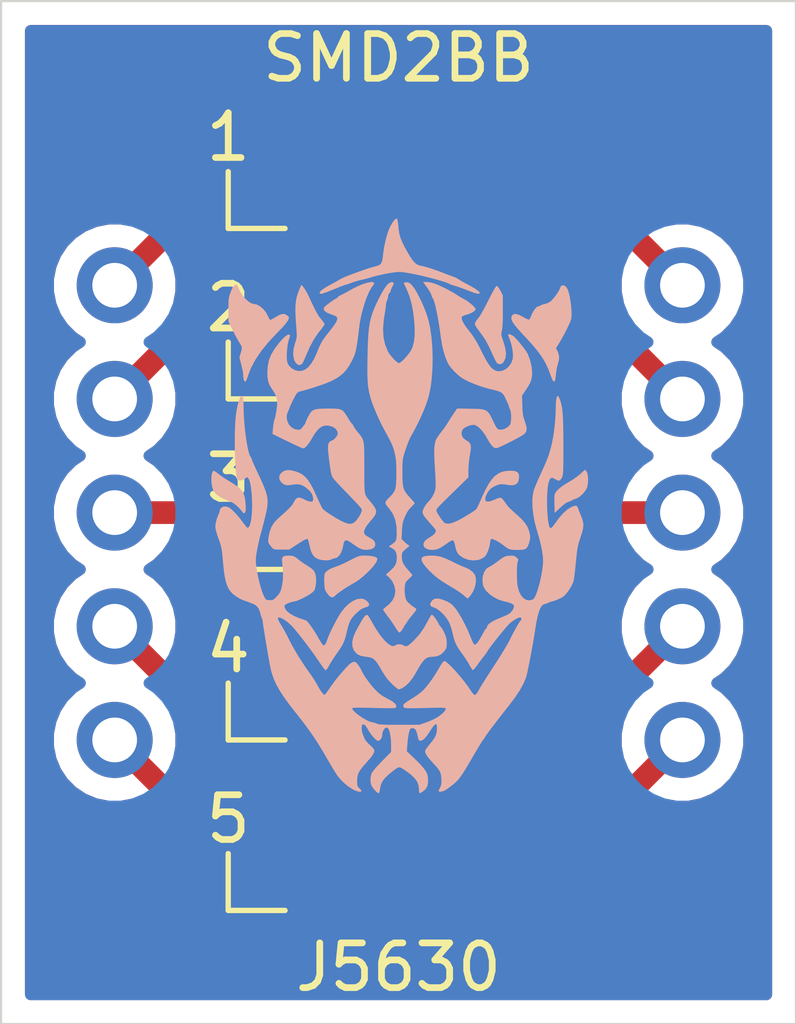
<source format=kicad_pcb>
(kicad_pcb (version 20171130) (host pcbnew 5.1.7)

  (general
    (thickness 1.6)
    (drawings 6)
    (tracks 18)
    (zones 0)
    (modules 8)
    (nets 1)
  )

  (page A4)
  (layers
    (0 F.Cu signal)
    (31 B.Cu signal)
    (32 B.Adhes user)
    (33 F.Adhes user)
    (34 B.Paste user)
    (35 F.Paste user)
    (36 B.SilkS user)
    (37 F.SilkS user)
    (38 B.Mask user)
    (39 F.Mask user)
    (40 Dwgs.User user)
    (41 Cmts.User user)
    (42 Eco1.User user)
    (43 Eco2.User user)
    (44 Edge.Cuts user)
    (45 Margin user)
    (46 B.CrtYd user)
    (47 F.CrtYd user)
    (48 B.Fab user)
    (49 F.Fab user)
  )

  (setup
    (last_trace_width 0.508)
    (user_trace_width 0.508)
    (trace_clearance 0.2)
    (zone_clearance 0.508)
    (zone_45_only no)
    (trace_min 0.2)
    (via_size 0.8)
    (via_drill 0.4)
    (via_min_size 0.4)
    (via_min_drill 0.3)
    (uvia_size 0.3)
    (uvia_drill 0.1)
    (uvias_allowed no)
    (uvia_min_size 0.2)
    (uvia_min_drill 0.1)
    (edge_width 0.05)
    (segment_width 0.2)
    (pcb_text_width 0.3)
    (pcb_text_size 1.5 1.5)
    (mod_edge_width 0.12)
    (mod_text_size 1 1)
    (mod_text_width 0.15)
    (pad_size 1.524 1.524)
    (pad_drill 0.762)
    (pad_to_mask_clearance 0)
    (aux_axis_origin 0 0)
    (visible_elements FEFFFF7F)
    (pcbplotparams
      (layerselection 0x010f0_ffffffff)
      (usegerberextensions false)
      (usegerberattributes true)
      (usegerberadvancedattributes true)
      (creategerberjobfile true)
      (excludeedgelayer true)
      (linewidth 0.100000)
      (plotframeref false)
      (viasonmask false)
      (mode 1)
      (useauxorigin false)
      (hpglpennumber 1)
      (hpglpenspeed 20)
      (hpglpendiameter 15.000000)
      (psnegative false)
      (psa4output false)
      (plotreference true)
      (plotvalue true)
      (plotinvisibletext false)
      (padsonsilk false)
      (subtractmaskfromsilk false)
      (outputformat 1)
      (mirror false)
      (drillshape 0)
      (scaleselection 1)
      (outputdirectory ""))
  )

  (net 0 "")

  (net_class Default "This is the default net class."
    (clearance 0.2)
    (trace_width 0.25)
    (via_dia 0.8)
    (via_drill 0.4)
    (uvia_dia 0.3)
    (uvia_drill 0.1)
  )

  (module SMD2BB-J5630:logo (layer B.Cu) (tedit 5F9ACFE6) (tstamp 5F9C827B)
    (at 0 0 180)
    (fp_text reference G*** (at 0 0) (layer B.SilkS) hide
      (effects (font (size 1.524 1.524) (thickness 0.3)) (justify mirror))
    )
    (fp_text value LOGO (at 0.75 0) (layer B.SilkS) hide
      (effects (font (size 1.524 1.524) (thickness 0.3)) (justify mirror))
    )
    (fp_poly (pts (xy 3.532103 2.580666) (xy 3.558142 2.520619) (xy 3.578974 2.458891) (xy 3.59835 2.383995)
      (xy 3.616996 2.289019) (xy 3.632411 2.187706) (xy 3.639258 2.127643) (xy 3.647944 2.012262)
      (xy 3.653966 1.878578) (xy 3.657429 1.732108) (xy 3.658441 1.57837) (xy 3.657108 1.422881)
      (xy 3.653536 1.271159) (xy 3.647833 1.128721) (xy 3.640105 1.001085) (xy 3.630458 0.893768)
      (xy 3.619 0.812287) (xy 3.613307 0.78562) (xy 3.589393 0.738346) (xy 3.54955 0.720377)
      (xy 3.495029 0.731832) (xy 3.432978 0.768463) (xy 3.398957 0.789903) (xy 3.377579 0.790411)
      (xy 3.362286 0.778073) (xy 3.336442 0.733632) (xy 3.314619 0.661284) (xy 3.296999 0.566771)
      (xy 3.283769 0.455836) (xy 3.27511 0.334221) (xy 3.271206 0.207667) (xy 3.272243 0.081918)
      (xy 3.278402 -0.037286) (xy 3.289868 -0.144203) (xy 3.306826 -0.233089) (xy 3.327944 -0.295089)
      (xy 3.354081 -0.335425) (xy 3.378534 -0.344626) (xy 3.379562 -0.344267) (xy 3.399781 -0.326999)
      (xy 3.433174 -0.288805) (xy 3.473772 -0.236701) (xy 3.490281 -0.21411) (xy 3.556522 -0.127155)
      (xy 3.626105 -0.045053) (xy 3.693436 0.026246) (xy 3.752918 0.080796) (xy 3.796459 0.111371)
      (xy 3.860108 0.132026) (xy 3.918971 0.128896) (xy 3.965594 0.104814) (xy 3.992519 0.062613)
      (xy 3.996267 0.035445) (xy 4.003295 0.006016) (xy 4.021032 -0.039442) (xy 4.03086 -0.060767)
      (xy 4.053864 -0.119348) (xy 4.074942 -0.191188) (xy 4.084163 -0.232836) (xy 4.090845 -0.274767)
      (xy 4.093123 -0.313277) (xy 4.089763 -0.354117) (xy 4.07953 -0.403038) (xy 4.061188 -0.465791)
      (xy 4.033503 -0.548127) (xy 3.995241 -0.655796) (xy 3.990537 -0.668866) (xy 3.968744 -0.740031)
      (xy 3.951916 -0.821592) (xy 3.938622 -0.921854) (xy 3.929307 -1.024466) (xy 3.91432 -1.194991)
      (xy 3.8979 -1.336107) (xy 3.879038 -1.452267) (xy 3.856727 -1.547926) (xy 3.829958 -1.62754)
      (xy 3.797721 -1.695561) (xy 3.765745 -1.746905) (xy 3.711452 -1.806822) (xy 3.635335 -1.866964)
      (xy 3.548508 -1.919682) (xy 3.462084 -1.957324) (xy 3.458253 -1.958583) (xy 3.398664 -1.97885)
      (xy 3.343541 -1.999205) (xy 3.3274 -2.005685) (xy 3.272135 -2.028307) (xy 3.2258 -2.046742)
      (xy 3.170055 -2.084722) (xy 3.123604 -2.146888) (xy 3.093149 -2.223658) (xy 3.089163 -2.242091)
      (xy 3.075053 -2.298083) (xy 3.056502 -2.347513) (xy 3.054188 -2.352158) (xy 3.036666 -2.403353)
      (xy 3.030936 -2.446867) (xy 3.02795 -2.477653) (xy 3.019652 -2.537557) (xy 3.006736 -2.622366)
      (xy 2.989897 -2.727866) (xy 2.969827 -2.849845) (xy 2.947221 -2.984091) (xy 2.922772 -3.126391)
      (xy 2.897174 -3.272531) (xy 2.871121 -3.4183) (xy 2.869186 -3.429) (xy 2.838102 -3.565079)
      (xy 2.793571 -3.698524) (xy 2.733307 -3.833613) (xy 2.655022 -3.974626) (xy 2.55643 -4.125839)
      (xy 2.435241 -4.291532) (xy 2.34933 -4.401435) (xy 2.220069 -4.564912) (xy 2.108765 -4.709334)
      (xy 2.011028 -4.84109) (xy 1.922468 -4.966572) (xy 1.838696 -5.092171) (xy 1.755321 -5.224279)
      (xy 1.667954 -5.369285) (xy 1.574997 -5.528733) (xy 1.52077 -5.621638) (xy 1.467789 -5.710254)
      (xy 1.420097 -5.787978) (xy 1.381735 -5.848203) (xy 1.360181 -5.879755) (xy 1.290114 -5.964061)
      (xy 1.208621 -6.043909) (xy 1.121734 -6.114906) (xy 1.035484 -6.172661) (xy 0.955902 -6.212782)
      (xy 0.88902 -6.230876) (xy 0.877208 -6.231467) (xy 0.842224 -6.228779) (xy 0.833119 -6.217658)
      (xy 0.85012 -6.193515) (xy 0.880533 -6.163733) (xy 0.907271 -6.136078) (xy 0.922514 -6.108736)
      (xy 0.929458 -6.071121) (xy 0.931296 -6.012647) (xy 0.931333 -5.995398) (xy 0.92835 -5.925375)
      (xy 0.917239 -5.864587) (xy 0.894754 -5.806684) (xy 0.857653 -5.745315) (xy 0.80269 -5.674129)
      (xy 0.726622 -5.586775) (xy 0.717324 -5.576457) (xy 0.643723 -5.492361) (xy 0.592619 -5.427041)
      (xy 0.561551 -5.376382) (xy 0.548055 -5.33627) (xy 0.54967 -5.30259) (xy 0.550897 -5.298355)
      (xy 0.568284 -5.272046) (xy 0.604337 -5.233081) (xy 0.651068 -5.190058) (xy 0.700507 -5.142537)
      (xy 0.740881 -5.094246) (xy 0.762124 -5.058366) (xy 0.784894 -5.001189) (xy 0.806319 -4.950441)
      (xy 0.820335 -4.90295) (xy 0.827913 -4.84604) (xy 0.828726 -4.790975) (xy 0.822447 -4.749016)
      (xy 0.812648 -4.732773) (xy 0.776501 -4.728229) (xy 0.737471 -4.755187) (xy 0.698022 -4.811705)
      (xy 0.688081 -4.830837) (xy 0.652622 -4.892631) (xy 0.607861 -4.956126) (xy 0.559527 -5.014729)
      (xy 0.513352 -5.061844) (xy 0.475066 -5.090879) (xy 0.456847 -5.096933) (xy 0.421898 -5.082233)
      (xy 0.391039 -5.04624) (xy 0.373637 -5.001115) (xy 0.372439 -4.987332) (xy 0.363775 -4.915772)
      (xy 0.340954 -4.856462) (xy 0.308108 -4.815476) (xy 0.269367 -4.798888) (xy 0.246699 -4.802495)
      (xy 0.221971 -4.828309) (xy 0.199945 -4.88227) (xy 0.181901 -4.958689) (xy 0.169119 -5.051876)
      (xy 0.162882 -5.156142) (xy 0.162546 -5.176329) (xy 0.160866 -5.348859) (xy 0.366491 -5.557329)
      (xy 0.447331 -5.641666) (xy 0.514698 -5.716721) (xy 0.56509 -5.778368) (xy 0.594999 -5.822483)
      (xy 0.599325 -5.831368) (xy 0.621652 -5.916399) (xy 0.623903 -6.005967) (xy 0.606081 -6.085785)
      (xy 0.599237 -6.101074) (xy 0.570529 -6.147417) (xy 0.532748 -6.195082) (xy 0.493587 -6.235725)
      (xy 0.460737 -6.261) (xy 0.447824 -6.265333) (xy 0.435087 -6.249572) (xy 0.423709 -6.206961)
      (xy 0.417439 -6.162784) (xy 0.400784 -6.079815) (xy 0.36669 -6.00481) (xy 0.311053 -5.93158)
      (xy 0.229768 -5.853933) (xy 0.191663 -5.822274) (xy 0.115611 -5.760817) (xy 0.059941 -5.718536)
      (xy 0.01794 -5.694289) (xy -0.017107 -5.686936) (xy -0.051913 -5.695336) (xy -0.093193 -5.718348)
      (xy -0.14766 -5.754832) (xy -0.159249 -5.762652) (xy -0.273797 -5.846637) (xy -0.358437 -5.925785)
      (xy -0.415979 -6.004012) (xy -0.449231 -6.085232) (xy -0.461004 -6.173359) (xy -0.461108 -6.183292)
      (xy -0.463421 -6.230731) (xy -0.469315 -6.260358) (xy -0.473583 -6.265333) (xy -0.494367 -6.256697)
      (xy -0.530937 -6.235157) (xy -0.543596 -6.226896) (xy -0.604962 -6.17258) (xy -0.641668 -6.105224)
      (xy -0.656156 -6.018886) (xy -0.655194 -5.955403) (xy -0.648 -5.885166) (xy -0.633444 -5.832331)
      (xy -0.60594 -5.780478) (xy -0.584943 -5.748853) (xy -0.548173 -5.702015) (xy -0.493336 -5.640274)
      (xy -0.427574 -5.571343) (xy -0.358028 -5.502935) (xy -0.351537 -5.496793) (xy -0.181047 -5.336086)
      (xy -0.191759 -5.185176) (xy -0.201642 -5.079035) (xy -0.21497 -4.983624) (xy -0.230561 -4.905282)
      (xy -0.247229 -4.850348) (xy -0.258051 -4.830233) (xy -0.292594 -4.811069) (xy -0.337183 -4.814765)
      (xy -0.378205 -4.839949) (xy -0.380675 -4.842574) (xy -0.399745 -4.876821) (xy -0.418338 -4.931547)
      (xy -0.429941 -4.982274) (xy -0.442065 -5.041262) (xy -0.454613 -5.074474) (xy -0.471718 -5.089797)
      (xy -0.488556 -5.094093) (xy -0.529547 -5.083302) (xy -0.580464 -5.041498) (xy -0.640312 -4.969728)
      (xy -0.708102 -4.86904) (xy -0.719744 -4.850111) (xy -0.768286 -4.778027) (xy -0.807188 -4.737099)
      (xy -0.827319 -4.727455) (xy -0.848365 -4.727397) (xy -0.859183 -4.740535) (xy -0.863094 -4.774644)
      (xy -0.863506 -4.812122) (xy -0.858803 -4.896532) (xy -0.842168 -4.96788) (xy -0.809512 -5.035957)
      (xy -0.756746 -5.110553) (xy -0.720477 -5.154611) (xy -0.672803 -5.21278) (xy -0.633446 -5.264659)
      (xy -0.607892 -5.302816) (xy -0.601606 -5.315577) (xy -0.600159 -5.352006) (xy -0.617991 -5.397973)
      (xy -0.657143 -5.456853) (xy -0.719654 -5.532024) (xy -0.757818 -5.574086) (xy -0.829919 -5.653039)
      (xy -0.881926 -5.714095) (xy -0.91735 -5.763643) (xy -0.9397 -5.808069) (xy -0.952487 -5.853763)
      (xy -0.959221 -5.907113) (xy -0.961809 -5.945313) (xy -0.964361 -6.018976) (xy -0.960661 -6.07093)
      (xy -0.949041 -6.113021) (xy -0.933463 -6.146517) (xy -0.908976 -6.194674) (xy -0.900782 -6.219988)
      (xy -0.909791 -6.229791) (xy -0.936918 -6.231414) (xy -0.944033 -6.231403) (xy -0.984223 -6.22494)
      (xy -1.032557 -6.20384) (xy -1.093724 -6.165389) (xy -1.172414 -6.106871) (xy -1.209027 -6.077892)
      (xy -1.255817 -6.038895) (xy -1.297738 -5.999681) (xy -1.337656 -5.956283) (xy -1.378433 -5.904733)
      (xy -1.422935 -5.841063) (xy -1.474026 -5.761308) (xy -1.534569 -5.661498) (xy -1.607428 -5.537668)
      (xy -1.642164 -5.477933) (xy -1.701244 -5.37685) (xy -1.75627 -5.284099) (xy -1.804495 -5.204202)
      (xy -1.843172 -5.141678) (xy -1.869553 -5.10105) (xy -1.878857 -5.088467) (xy -1.910882 -5.045803)
      (xy -1.93081 -5.012267) (xy -1.9509 -4.98037) (xy -1.990455 -4.924539) (xy -2.047651 -4.847175)
      (xy -2.12066 -4.750681) (xy -2.207658 -4.637458) (xy -2.306817 -4.509909) (xy -2.416313 -4.370437)
      (xy -2.477835 -4.2926) (xy -2.607723 -4.120024) (xy -2.711191 -3.963079) (xy -2.790069 -3.818718)
      (xy -2.846189 -3.683895) (xy -2.84938 -3.674533) (xy -2.861563 -3.630182) (xy -2.878265 -3.557769)
      (xy -2.898463 -3.462643) (xy -2.921135 -3.350153) (xy -2.945259 -3.225647) (xy -2.969812 -3.094473)
      (xy -2.993771 -2.961982) (xy -3.016115 -2.83352) (xy -3.03582 -2.714437) (xy -3.048457 -2.633133)
      (xy -3.076266 -2.463849) (xy -3.104532 -2.326265) (xy -3.134043 -2.218216) (xy -3.16559 -2.137537)
      (xy -3.199959 -2.082064) (xy -3.23794 -2.049631) (xy -3.264515 -2.039963) (xy -3.314509 -2.024859)
      (xy -3.358406 -2.005928) (xy -3.400033 -1.988315) (xy -3.431301 -1.9812) (xy -3.461884 -1.974092)
      (xy -3.514172 -1.955021) (xy -3.579675 -1.927361) (xy -3.649906 -1.894491) (xy -3.652491 -1.893216)
      (xy -3.701253 -1.857168) (xy -3.756075 -1.797931) (xy -3.81101 -1.723981) (xy -3.860109 -1.643795)
      (xy -3.897425 -1.565849) (xy -3.911633 -1.523878) (xy -3.918117 -1.489079) (xy -3.926874 -1.426641)
      (xy -3.937166 -1.342657) (xy -3.948255 -1.243222) (xy -3.959403 -1.134427) (xy -3.961902 -1.108673)
      (xy -3.974104 -0.985464) (xy -3.984912 -0.888923) (xy -3.995642 -0.811958) (xy -4.007607 -0.74748)
      (xy -4.02212 -0.688397) (xy -4.040497 -0.627619) (xy -4.06379 -0.5588) (xy -4.100235 -0.446897)
      (xy -4.122169 -0.357307) (xy -4.129851 -0.281864) (xy -4.123544 -0.212407) (xy -4.103507 -0.140772)
      (xy -4.079109 -0.079505) (xy -4.051263 -0.012684) (xy -4.027088 0.049484) (xy -4.01144 0.094463)
      (xy -4.010579 0.097367) (xy -3.994472 0.134249) (xy -3.969543 0.149657) (xy -3.92931 0.14458)
      (xy -3.867292 0.120008) (xy -3.866044 0.119442) (xy -3.777482 0.065067) (xy -3.684134 -0.018577)
      (xy -3.589672 -0.127969) (xy -3.545187 -0.188341) (xy -3.490635 -0.264126) (xy -3.450629 -0.314433)
      (xy -3.42193 -0.342601) (xy -3.401297 -0.351972) (xy -3.389491 -0.348879) (xy -3.370717 -0.320531)
      (xy -3.354412 -0.263638) (xy -3.340768 -0.183444) (xy -3.329974 -0.085194) (xy -3.322221 0.025866)
      (xy -3.317701 0.144493) (xy -3.316603 0.265441) (xy -3.319118 0.383466) (xy -3.325437 0.493324)
      (xy -3.335749 0.589769) (xy -3.350246 0.667556) (xy -3.352278 0.675396) (xy -3.37666 0.742727)
      (xy -3.407103 0.777678) (xy -3.4474 0.781662) (xy -3.501346 0.756089) (xy -3.525144 0.739696)
      (xy -3.570649 0.717309) (xy -3.607978 0.72522) (xy -3.640804 0.764902) (xy -3.654131 0.791395)
      (xy -3.661669 0.811116) (xy -3.667786 0.835967) (xy -3.672624 0.869434) (xy -3.676327 0.915001)
      (xy -3.679039 0.976154) (xy -3.680901 1.056377) (xy -3.682058 1.159155) (xy -3.682652 1.287973)
      (xy -3.682826 1.446316) (xy -3.682821 1.490133) (xy -3.682174 1.694156) (xy -3.680197 1.867704)
      (xy -3.676656 2.014151) (xy -3.671314 2.136874) (xy -3.663935 2.239246) (xy -3.654283 2.324641)
      (xy -3.642121 2.396434) (xy -3.627215 2.458001) (xy -3.611734 2.506134) (xy -3.59273 2.554512)
      (xy -3.576144 2.589526) (xy -3.570764 2.597791) (xy -3.555681 2.599404) (xy -3.542115 2.572281)
      (xy -3.531228 2.521553) (xy -3.524177 2.452348) (xy -3.522065 2.382264) (xy -3.517572 2.205336)
      (xy -3.50502 2.020201) (xy -3.485544 1.837962) (xy -3.460281 1.66972) (xy -3.437571 1.556573)
      (xy -3.414337 1.459427) (xy -3.391424 1.374114) (xy -3.36632 1.293761) (xy -3.336512 1.211498)
      (xy -3.299488 1.120452) (xy -3.252736 1.013751) (xy -3.193742 0.884525) (xy -3.184763 0.865108)
      (xy -3.14145 0.769758) (xy -3.100654 0.676693) (xy -3.065727 0.5938) (xy -3.040025 0.528968)
      (xy -3.030577 0.502478) (xy -3.006404 0.391715) (xy -2.997061 0.257123) (xy -3.002055 0.105074)
      (xy -3.020894 -0.058061) (xy -3.053083 -0.22591) (xy -3.098129 -0.3921) (xy -3.100372 -0.399192)
      (xy -3.149907 -0.567005) (xy -3.189629 -0.726928) (xy -3.218298 -0.872877) (xy -3.234674 -0.99877)
      (xy -3.238151 -1.075266) (xy -3.233234 -1.168918) (xy -3.220368 -1.275618) (xy -3.200971 -1.38992)
      (xy -3.176462 -1.506375) (xy -3.148261 -1.619536) (xy -3.117787 -1.723956) (xy -3.08646 -1.814188)
      (xy -3.055699 -1.884783) (xy -3.026923 -1.930295) (xy -3.012098 -1.94285) (xy -2.936064 -1.966121)
      (xy -2.863254 -1.957876) (xy -2.796508 -1.920467) (xy -2.738665 -1.856241) (xy -2.692564 -1.767549)
      (xy -2.661047 -1.65674) (xy -2.660075 -1.651586) (xy -2.651311 -1.585139) (xy -2.645417 -1.501532)
      (xy -2.642364 -1.408696) (xy -2.642122 -1.314558) (xy -2.644662 -1.227048) (xy -2.649954 -1.154096)
      (xy -2.657968 -1.103631) (xy -2.662158 -1.091007) (xy -2.672965 -1.058908) (xy -2.665382 -1.03474)
      (xy -2.634948 -1.0048) (xy -2.633744 -1.003763) (xy -2.60164 -0.980062) (xy -2.568532 -0.968522)
      (xy -2.522003 -0.966258) (xy -2.480862 -0.968255) (xy -2.432065 -0.972655) (xy -2.392903 -0.981346)
      (xy -2.354684 -0.998355) (xy -2.308721 -1.027709) (xy -2.246324 -1.073438) (xy -2.23411 -1.082637)
      (xy -2.16895 -1.130184) (xy -2.10824 -1.171642) (xy -2.060365 -1.201426) (xy -2.040123 -1.21187)
      (xy -1.994176 -1.237275) (xy -1.960336 -1.264988) (xy -1.915064 -1.3375) (xy -1.888165 -1.428433)
      (xy -1.88096 -1.526947) (xy -1.894772 -1.6222) (xy -1.911192 -1.667933) (xy -1.960807 -1.743471)
      (xy -2.036478 -1.817107) (xy -2.130562 -1.883591) (xy -2.235416 -1.937671) (xy -2.343395 -1.974097)
      (xy -2.363305 -1.978522) (xy -2.464987 -2.003091) (xy -2.534844 -2.029531) (xy -2.574905 -2.058809)
      (xy -2.586916 -2.08534) (xy -2.57843 -2.136641) (xy -2.547278 -2.19356) (xy -2.500425 -2.245315)
      (xy -2.468188 -2.269093) (xy -2.428159 -2.289928) (xy -2.366615 -2.317925) (xy -2.293813 -2.348525)
      (xy -2.254742 -2.364016) (xy -2.151132 -2.409364) (xy -2.069203 -2.455961) (xy -2.012326 -2.501408)
      (xy -1.98387 -2.543308) (xy -1.9812 -2.558687) (xy -1.97411 -2.585242) (xy -1.965064 -2.5908)
      (xy -1.950959 -2.604911) (xy -1.925932 -2.642927) (xy -1.894026 -2.698372) (xy -1.871562 -2.740595)
      (xy -1.816361 -2.840473) (xy -1.769966 -2.908841) (xy -1.731532 -2.946646) (xy -1.70021 -2.95484)
      (xy -1.686758 -2.947969) (xy -1.670651 -2.92421) (xy -1.646771 -2.876371) (xy -1.618807 -2.812239)
      (xy -1.599398 -2.763451) (xy -1.545145 -2.633242) (xy -1.481438 -2.499057) (xy -1.412865 -2.369451)
      (xy -1.344012 -2.252983) (xy -1.279466 -2.158208) (xy -1.264813 -2.139249) (xy -1.211073 -2.077241)
      (xy -1.159859 -2.033631) (xy -1.096976 -1.997367) (xy -1.060663 -1.980308) (xy -0.955902 -1.939971)
      (xy -0.872247 -1.923724) (xy -0.807092 -1.931475) (xy -0.757833 -1.963132) (xy -0.752076 -1.969444)
      (xy -0.716389 -2.022646) (xy -0.712166 -2.063896) (xy -0.739736 -2.094569) (xy -0.786435 -2.112831)
      (xy -0.855629 -2.143988) (xy -0.93168 -2.198917) (xy -1.007294 -2.270624) (xy -1.075174 -2.352113)
      (xy -1.128026 -2.43639) (xy -1.131874 -2.44403) (xy -1.162613 -2.517652) (xy -1.191432 -2.605452)
      (xy -1.211495 -2.685762) (xy -1.237999 -2.800248) (xy -1.270626 -2.896229) (xy -1.314767 -2.985656)
      (xy -1.375811 -3.080478) (xy -1.412208 -3.130756) (xy -1.466216 -3.206569) (xy -1.52032 -3.287675)
      (xy -1.566104 -3.361258) (xy -1.583036 -3.390841) (xy -1.614688 -3.446538) (xy -1.641443 -3.489803)
      (xy -1.658291 -3.512611) (xy -1.6599 -3.513934) (xy -1.67545 -3.505193) (xy -1.704386 -3.474199)
      (xy -1.74136 -3.42691) (xy -1.754825 -3.40816) (xy -1.802696 -3.341639) (xy -1.852839 -3.274427)
      (xy -1.894928 -3.220349) (xy -1.89737 -3.217333) (xy -1.935641 -3.167843) (xy -1.96732 -3.122681)
      (xy -1.980069 -3.101633) (xy -2.003945 -3.063874) (xy -2.045527 -3.005873) (xy -2.100453 -2.933072)
      (xy -2.164359 -2.850919) (xy -2.232882 -2.764856) (xy -2.301657 -2.68033) (xy -2.366322 -2.602784)
      (xy -2.422512 -2.537664) (xy -2.465866 -2.490414) (xy -2.484016 -2.472805) (xy -2.553026 -2.417791)
      (xy -2.621007 -2.373747) (xy -2.680032 -2.34529) (xy -2.717657 -2.3368) (xy -2.74603 -2.349665)
      (xy -2.755571 -2.37832) (xy -2.74175 -2.407855) (xy -2.739779 -2.40958) (xy -2.715495 -2.438784)
      (xy -2.679668 -2.494134) (xy -2.634918 -2.571016) (xy -2.583867 -2.664815) (xy -2.529135 -2.770916)
      (xy -2.492455 -2.845058) (xy -2.459756 -2.907011) (xy -2.411548 -2.991269) (xy -2.351311 -3.092097)
      (xy -2.28253 -3.203759) (xy -2.208686 -3.320522) (xy -2.133262 -3.436649) (xy -2.132553 -3.437725)
      (xy -2.060449 -3.547801) (xy -1.992479 -3.652855) (xy -1.931483 -3.748399) (xy -1.880301 -3.829941)
      (xy -1.841773 -3.892993) (xy -1.81874 -3.933064) (xy -1.816704 -3.937) (xy -1.773503 -4.014656)
      (xy -1.736895 -4.06172) (xy -1.70507 -4.080406) (xy -1.699065 -4.080933) (xy -1.679764 -4.067553)
      (xy -1.648939 -4.03204) (xy -1.612436 -3.981335) (xy -1.602809 -3.966633) (xy -1.546655 -3.88422)
      (xy -1.480609 -3.79549) (xy -1.408178 -3.704334) (xy -1.332868 -3.614647) (xy -1.258184 -3.530321)
      (xy -1.187633 -3.455251) (xy -1.12472 -3.393329) (xy -1.072952 -3.348449) (xy -1.035834 -3.324505)
      (xy -1.022124 -3.321793) (xy -0.999602 -3.339233) (xy -0.966955 -3.381506) (xy -0.928477 -3.442803)
      (xy -0.914888 -3.466839) (xy -0.844448 -3.586676) (xy -0.766331 -3.706016) (xy -0.685841 -3.817561)
      (xy -0.608281 -3.914012) (xy -0.538953 -3.988073) (xy -0.530206 -3.99624) (xy -0.474531 -4.041968)
      (xy -0.400955 -4.095379) (xy -0.32137 -4.148055) (xy -0.280669 -4.172886) (xy -0.198928 -4.223159)
      (xy -0.144993 -4.262402) (xy -0.115947 -4.293836) (xy -0.108872 -4.32068) (xy -0.120852 -4.346157)
      (xy -0.122212 -4.347832) (xy -0.132318 -4.355491) (xy -0.150775 -4.361169) (xy -0.181409 -4.364974)
      (xy -0.228051 -4.367013) (xy -0.29453 -4.367394) (xy -0.384673 -4.366225) (xy -0.50231 -4.363613)
      (xy -0.596608 -4.361159) (xy -0.732921 -4.357638) (xy -0.839205 -4.355387) (xy -0.919277 -4.354537)
      (xy -0.976956 -4.355217) (xy -1.016061 -4.357559) (xy -1.040408 -4.361693) (xy -1.053818 -4.367749)
      (xy -1.060107 -4.375857) (xy -1.060574 -4.377) (xy -1.055536 -4.407606) (xy -1.026004 -4.449931)
      (xy -0.976893 -4.498897) (xy -0.913116 -4.549426) (xy -0.859507 -4.584756) (xy -0.801498 -4.615538)
      (xy -0.72492 -4.650317) (xy -0.643522 -4.682975) (xy -0.618067 -4.692202) (xy -0.465667 -4.745699)
      (xy -0.015292 -4.74605) (xy 0.123937 -4.745899) (xy 0.233486 -4.745053) (xy 0.317538 -4.743284)
      (xy 0.380277 -4.740364) (xy 0.425886 -4.736065) (xy 0.458548 -4.730159) (xy 0.482447 -4.722418)
      (xy 0.491076 -4.718466) (xy 0.539225 -4.699466) (xy 0.581478 -4.690616) (xy 0.584526 -4.690533)
      (xy 0.630099 -4.681424) (xy 0.689747 -4.656671) (xy 0.758001 -4.620136) (xy 0.829389 -4.575678)
      (xy 0.89844 -4.52716) (xy 0.959683 -4.478442) (xy 1.007646 -4.433385) (xy 1.036858 -4.39585)
      (xy 1.041848 -4.369698) (xy 1.041107 -4.368327) (xy 1.02965 -4.362143) (xy 1.00202 -4.35775)
      (xy 0.955171 -4.355095) (xy 0.886059 -4.354127) (xy 0.791639 -4.354793) (xy 0.668867 -4.357042)
      (xy 0.54815 -4.359948) (xy 0.407194 -4.363431) (xy 0.296399 -4.365692) (xy 0.212079 -4.366619)
      (xy 0.150549 -4.3661) (xy 0.10812 -4.364022) (xy 0.081107 -4.360274) (xy 0.065823 -4.354743)
      (xy 0.058582 -4.347318) (xy 0.057551 -4.345036) (xy 0.058532 -4.305162) (xy 0.09115 -4.261455)
      (xy 0.156006 -4.213345) (xy 0.249549 -4.162295) (xy 0.353842 -4.104817) (xy 0.440801 -4.041)
      (xy 0.508 -3.978405) (xy 0.575442 -3.904887) (xy 0.646243 -3.818445) (xy 0.714005 -3.727744)
      (xy 0.772334 -3.641447) (xy 0.814832 -3.568219) (xy 0.822535 -3.552313) (xy 0.863905 -3.471254)
      (xy 0.906164 -3.40497) (xy 0.945217 -3.359083) (xy 0.976969 -3.339212) (xy 0.977919 -3.339053)
      (xy 1.017314 -3.344311) (xy 1.060097 -3.36398) (xy 1.099251 -3.396381) (xy 1.153682 -3.450694)
      (xy 1.218718 -3.521463) (xy 1.289686 -3.603233) (xy 1.361911 -3.69055) (xy 1.430721 -3.777958)
      (xy 1.491442 -3.860003) (xy 1.518319 -3.898812) (xy 1.563551 -3.964848) (xy 1.603177 -4.020382)
      (xy 1.632786 -4.059378) (xy 1.647594 -4.075594) (xy 1.670246 -4.07085) (xy 1.703711 -4.039301)
      (xy 1.74481 -3.984984) (xy 1.790368 -3.911937) (xy 1.822261 -3.853649) (xy 1.863982 -3.780127)
      (xy 1.916514 -3.696811) (xy 1.969372 -3.620236) (xy 1.975881 -3.611424) (xy 2.063128 -3.489469)
      (xy 2.154647 -3.35274) (xy 2.245168 -3.209753) (xy 2.329421 -3.069021) (xy 2.402139 -2.93906)
      (xy 2.450261 -2.844845) (xy 2.494151 -2.756841) (xy 2.54157 -2.667252) (xy 2.586358 -2.587448)
      (xy 2.617778 -2.535764) (xy 2.669004 -2.451528) (xy 2.697951 -2.391233) (xy 2.705016 -2.353664)
      (xy 2.690593 -2.337607) (xy 2.682648 -2.3368) (xy 2.627186 -2.349828) (xy 2.557339 -2.386512)
      (xy 2.478821 -2.443253) (xy 2.397349 -2.516451) (xy 2.397216 -2.516582) (xy 2.348721 -2.568897)
      (xy 2.284863 -2.644216) (xy 2.209421 -2.737602) (xy 2.126171 -2.84412) (xy 2.038891 -2.958832)
      (xy 1.951358 -3.076802) (xy 1.867349 -3.193095) (xy 1.790642 -3.302774) (xy 1.7526 -3.358991)
      (xy 1.709472 -3.421737) (xy 1.671758 -3.473097) (xy 1.644108 -3.506943) (xy 1.632475 -3.517258)
      (xy 1.616123 -3.506365) (xy 1.590416 -3.472121) (xy 1.560669 -3.421701) (xy 1.558088 -3.41683)
      (xy 1.524212 -3.357526) (xy 1.477278 -3.282178) (xy 1.424389 -3.201958) (xy 1.388134 -3.1496)
      (xy 1.322628 -3.05527) (xy 1.273914 -2.97863) (xy 1.237848 -2.910749) (xy 1.210285 -2.842698)
      (xy 1.187079 -2.765549) (xy 1.164086 -2.670371) (xy 1.162587 -2.663735) (xy 1.135553 -2.552883)
      (xy 1.10849 -2.46739) (xy 1.077116 -2.399018) (xy 1.037149 -2.339527) (xy 0.984307 -2.280679)
      (xy 0.942487 -2.240235) (xy 0.87597 -2.182053) (xy 0.8208 -2.144467) (xy 0.767444 -2.121403)
      (xy 0.746517 -2.115402) (xy 0.687753 -2.094172) (xy 0.661888 -2.067198) (xy 0.668121 -2.031523)
      (xy 0.705654 -1.984189) (xy 0.709897 -1.979897) (xy 0.772967 -1.938664) (xy 0.84773 -1.925978)
      (xy 0.930823 -1.940048) (xy 1.018883 -1.979085) (xy 1.10855 -2.041298) (xy 1.196461 -2.124898)
      (xy 1.279253 -2.228094) (xy 1.332574 -2.3114) (xy 1.387117 -2.408592) (xy 1.441431 -2.511276)
      (xy 1.492219 -2.612655) (xy 1.536183 -2.70593) (xy 1.570023 -2.784301) (xy 1.590443 -2.840971)
      (xy 1.591721 -2.845563) (xy 1.616155 -2.913441) (xy 1.645396 -2.956546) (xy 1.67646 -2.97098)
      (xy 1.686179 -2.968953) (xy 1.70377 -2.951072) (xy 1.732632 -2.909947) (xy 1.768281 -2.852316)
      (xy 1.795295 -2.804995) (xy 1.842654 -2.723232) (xy 1.894046 -2.641094) (xy 1.945611 -2.564064)
      (xy 1.993485 -2.497628) (xy 2.033808 -2.44727) (xy 2.062717 -2.418475) (xy 2.070523 -2.414131)
      (xy 2.216809 -2.366132) (xy 2.340157 -2.313118) (xy 2.437372 -2.256777) (xy 2.505259 -2.198796)
      (xy 2.524184 -2.174473) (xy 2.5533 -2.119649) (xy 2.555172 -2.079024) (xy 2.52768 -2.047102)
      (xy 2.468704 -2.018382) (xy 2.463165 -2.016283) (xy 2.405195 -1.996978) (xy 2.354714 -1.984236)
      (xy 2.331036 -1.9812) (xy 2.294733 -1.973045) (xy 2.23766 -1.951216) (xy 2.167967 -1.919663)
      (xy 2.093802 -1.882339) (xy 2.023313 -1.843195) (xy 1.96465 -1.806182) (xy 1.952987 -1.797873)
      (xy 1.908158 -1.759867) (xy 1.881645 -1.719934) (xy 1.863928 -1.663053) (xy 1.861891 -1.65415)
      (xy 1.847981 -1.554296) (xy 1.849365 -1.456622) (xy 1.865133 -1.370899) (xy 1.894218 -1.307118)
      (xy 1.927479 -1.272581) (xy 1.980271 -1.230614) (xy 2.042092 -1.189437) (xy 2.052197 -1.183427)
      (xy 2.118587 -1.142212) (xy 2.181987 -1.098753) (xy 2.229671 -1.061816) (xy 2.233167 -1.058745)
      (xy 2.293704 -1.009202) (xy 2.345568 -0.980624) (xy 2.401503 -0.967744) (xy 2.45945 -0.9652)
      (xy 2.533633 -0.96999) (xy 2.579373 -0.986826) (xy 2.601047 -1.019402) (xy 2.603033 -1.071415)
      (xy 2.601379 -1.085013) (xy 2.584752 -1.237526) (xy 2.578473 -1.378749) (xy 2.582767 -1.500324)
      (xy 2.588721 -1.549688) (xy 2.606189 -1.649605) (xy 2.624336 -1.72389) (xy 2.64651 -1.780671)
      (xy 2.676058 -1.828077) (xy 2.716329 -1.874238) (xy 2.726746 -1.884819) (xy 2.771739 -1.928192)
      (xy 2.804499 -1.952053) (xy 2.836021 -1.961534) (xy 2.8773 -1.961771) (xy 2.889934 -1.961019)
      (xy 2.93565 -1.956765) (xy 2.964518 -1.9463) (xy 2.986326 -1.922095) (xy 3.010864 -1.876618)
      (xy 3.01777 -1.862667) (xy 3.049162 -1.786889) (xy 3.082195 -1.686238) (xy 3.114623 -1.569482)
      (xy 3.144198 -1.445392) (xy 3.168673 -1.322737) (xy 3.185802 -1.210284) (xy 3.186565 -1.203907)
      (xy 3.194383 -1.129513) (xy 3.197537 -1.068957) (xy 3.195469 -1.011402) (xy 3.187623 -0.946006)
      (xy 3.173441 -0.861932) (xy 3.167232 -0.828006) (xy 3.147778 -0.729803) (xy 3.125244 -0.626963)
      (xy 3.102722 -0.533111) (xy 3.086928 -0.474133) (xy 3.067162 -0.402724) (xy 3.042545 -0.309529)
      (xy 3.015973 -0.205732) (xy 2.990345 -0.102514) (xy 2.986009 -0.084666) (xy 2.961216 0.022353)
      (xy 2.943628 0.114603) (xy 2.934159 0.197105) (xy 2.933722 0.274879) (xy 2.943232 0.352946)
      (xy 2.963603 0.436327) (xy 2.995748 0.530043) (xy 3.040583 0.639116) (xy 3.09902 0.768566)
      (xy 3.167999 0.915056) (xy 3.207735 1.000016) (xy 3.241692 1.075284) (xy 3.267379 1.135125)
      (xy 3.282307 1.173804) (xy 3.285067 1.184656) (xy 3.295675 1.215534) (xy 3.309919 1.235528)
      (xy 3.332465 1.276185) (xy 3.355325 1.346084) (xy 3.377848 1.440613) (xy 3.399383 1.555162)
      (xy 3.419279 1.685119) (xy 3.436884 1.825872) (xy 3.451548 1.972811) (xy 3.462619 2.121325)
      (xy 3.469446 2.266802) (xy 3.471418 2.379133) (xy 3.474111 2.486211) (xy 3.481579 2.559943)
      (xy 3.493769 2.600289) (xy 3.510628 2.607209) (xy 3.532103 2.580666)) (layer B.SilkS) (width 0.01))
    (fp_poly (pts (xy -0.730399 -2.300115) (xy -0.705817 -2.337628) (xy -0.676035 -2.391292) (xy -0.667121 -2.408767)
      (xy -0.570802 -2.581602) (xy -0.466217 -2.729191) (xy -0.347205 -2.860085) (xy -0.330504 -2.876177)
      (xy -0.264346 -2.936677) (xy -0.215275 -2.974359) (xy -0.177767 -2.991614) (xy -0.146298 -2.990838)
      (xy -0.115344 -2.974423) (xy -0.111064 -2.971261) (xy -0.06559 -2.952259) (xy -0.008385 -2.947353)
      (xy 0.045291 -2.956359) (xy 0.075491 -2.97351) (xy 0.114462 -2.990678) (xy 0.165666 -2.979562)
      (xy 0.226749 -2.942443) (xy 0.295359 -2.881601) (xy 0.369144 -2.799317) (xy 0.44575 -2.697872)
      (xy 0.522825 -2.579547) (xy 0.575079 -2.4892) (xy 0.613659 -2.420762) (xy 0.648466 -2.361895)
      (xy 0.67505 -2.319968) (xy 0.686919 -2.304065) (xy 0.703303 -2.292057) (xy 0.721139 -2.291994)
      (xy 0.742479 -2.306592) (xy 0.769373 -2.338571) (xy 0.803871 -2.390647) (xy 0.848025 -2.465537)
      (xy 0.903886 -2.565961) (xy 0.953281 -2.657042) (xy 1.005952 -2.777489) (xy 1.030495 -2.889151)
      (xy 1.027109 -2.989396) (xy 0.995988 -3.075593) (xy 0.93733 -3.145109) (xy 0.915672 -3.161448)
      (xy 0.863609 -3.187134) (xy 0.800395 -3.205691) (xy 0.781926 -3.20876) (xy 0.698002 -3.220185)
      (xy 0.63966 -3.230898) (xy 0.598772 -3.243454) (xy 0.567211 -3.260409) (xy 0.53685 -3.28432)
      (xy 0.534134 -3.286694) (xy 0.498656 -3.325782) (xy 0.4561 -3.38421) (xy 0.414348 -3.450937)
      (xy 0.404811 -3.467892) (xy 0.362658 -3.541134) (xy 0.316753 -3.615231) (xy 0.276011 -3.675873)
      (xy 0.270469 -3.683505) (xy 0.229424 -3.734083) (xy 0.178537 -3.789536) (xy 0.123918 -3.844077)
      (xy 0.071675 -3.891917) (xy 0.027916 -3.92727) (xy -0.00125 -3.944346) (xy -0.005598 -3.945081)
      (xy -0.03293 -3.937796) (xy -0.074607 -3.920368) (xy -0.082507 -3.916561) (xy -0.157965 -3.865906)
      (xy -0.2364 -3.789287) (xy -0.311765 -3.693382) (xy -0.370754 -3.598316) (xy -0.437899 -3.479006)
      (xy -0.494285 -3.387022) (xy -0.543386 -3.31896) (xy -0.588675 -3.271415) (xy -0.633627 -3.240984)
      (xy -0.681714 -3.224261) (xy -0.736411 -3.217842) (xy -0.759441 -3.217396) (xy -0.860936 -3.205149)
      (xy -0.944373 -3.166498) (xy -1.016268 -3.09834) (xy -1.020402 -3.093187) (xy -1.050829 -3.051116)
      (xy -1.067203 -3.013896) (xy -1.073609 -2.967884) (xy -1.07428 -2.913163) (xy -1.06882 -2.833567)
      (xy -1.051077 -2.762361) (xy -1.022103 -2.6924) (xy -0.992442 -2.633899) (xy -0.963645 -2.585817)
      (xy -0.941886 -2.558453) (xy -0.941678 -2.558281) (xy -0.914241 -2.525666) (xy -0.890043 -2.482081)
      (xy -0.86634 -2.436469) (xy -0.833917 -2.385645) (xy -0.799 -2.338036) (xy -0.767813 -2.302066)
      (xy -0.746582 -2.286163) (xy -0.745174 -2.286) (xy -0.730399 -2.300115)) (layer B.SilkS) (width 0.01))
    (fp_poly (pts (xy 0.214175 5.121945) (xy 0.264115 5.071844) (xy 0.320117 4.99305) (xy 0.383428 4.884129)
      (xy 0.431284 4.792134) (xy 0.490964 4.669898) (xy 0.540398 4.559086) (xy 0.580609 4.454582)
      (xy 0.612619 4.351275) (xy 0.637451 4.24405) (xy 0.656127 4.127794) (xy 0.669669 3.997393)
      (xy 0.6791 3.847733) (xy 0.685442 3.673702) (xy 0.689177 3.502224) (xy 0.691764 3.324689)
      (xy 0.692527 3.176158) (xy 0.691098 3.051803) (xy 0.687112 2.946795) (xy 0.680201 2.856302)
      (xy 0.669999 2.775496) (xy 0.656139 2.699547) (xy 0.638254 2.623624) (xy 0.616457 2.544552)
      (xy 0.587097 2.456001) (xy 0.54514 2.346579) (xy 0.494398 2.225042) (xy 0.43868 2.100146)
      (xy 0.381799 1.980647) (xy 0.327565 1.875301) (xy 0.315981 1.8542) (xy 0.252155 1.738681)
      (xy 0.20283 1.646651) (xy 0.165414 1.572362) (xy 0.137313 1.510068) (xy 0.115936 1.454019)
      (xy 0.09869 1.398471) (xy 0.082996 1.337733) (xy 0.067738 1.26943) (xy 0.057 1.205716)
      (xy 0.05006 1.138169) (xy 0.0462 1.058368) (xy 0.044697 0.957889) (xy 0.044618 0.889)
      (xy 0.045639 0.760811) (xy 0.049238 0.660686) (xy 0.057022 0.582837) (xy 0.070604 0.521475)
      (xy 0.091591 0.470812) (xy 0.121593 0.425059) (xy 0.16222 0.378428) (xy 0.196225 0.343772)
      (xy 0.250913 0.287824) (xy 0.281846 0.246925) (xy 0.28942 0.212386) (xy 0.274035 0.175517)
      (xy 0.236086 0.127628) (xy 0.207577 0.095497) (xy 0.12547 -0.021659) (xy 0.069735 -0.159992)
      (xy 0.040406 -0.31939) (xy 0.036489 -0.477588) (xy 0.039988 -0.55234) (xy 0.047065 -0.603065)
      (xy 0.062982 -0.639557) (xy 0.093002 -0.671614) (xy 0.142386 -0.709033) (xy 0.172113 -0.730079)
      (xy 0.210818 -0.757425) (xy 0.141145 -0.79297) (xy 0.083825 -0.834646) (xy 0.04939 -0.892426)
      (xy 0.03488 -0.972183) (xy 0.033961 -1.005827) (xy 0.040125 -1.091604) (xy 0.061684 -1.160909)
      (xy 0.103633 -1.224095) (xy 0.17097 -1.291519) (xy 0.172438 -1.292829) (xy 0.276022 -1.385099)
      (xy 0.211528 -1.441726) (xy 0.140345 -1.525084) (xy 0.091029 -1.626465) (xy 0.068686 -1.734638)
      (xy 0.067899 -1.757508) (xy 0.083603 -1.864394) (xy 0.131435 -1.963267) (xy 0.211861 -2.054907)
      (xy 0.275166 -2.106174) (xy 0.313004 -2.136769) (xy 0.335728 -2.161194) (xy 0.338666 -2.168073)
      (xy 0.328915 -2.187739) (xy 0.302838 -2.226919) (xy 0.265201 -2.278632) (xy 0.246114 -2.303676)
      (xy 0.190233 -2.379185) (xy 0.130157 -2.465321) (xy 0.078243 -2.544329) (xy 0.075028 -2.549465)
      (xy 0.038537 -2.605868) (xy 0.00794 -2.649227) (xy -0.011994 -2.672946) (xy -0.016062 -2.675467)
      (xy -0.035864 -2.664128) (xy -0.0546 -2.645833) (xy -0.079771 -2.610706) (xy -0.107069 -2.563864)
      (xy -0.110221 -2.557761) (xy -0.135808 -2.513041) (xy -0.160014 -2.479382) (xy -0.163063 -2.476118)
      (xy -0.182533 -2.450831) (xy -0.186267 -2.440207) (xy -0.196461 -2.422652) (xy -0.223978 -2.385342)
      (xy -0.264216 -2.334334) (xy -0.297798 -2.293349) (xy -0.347621 -2.232345) (xy -0.377785 -2.191668)
      (xy -0.391045 -2.166254) (xy -0.390154 -2.15104) (xy -0.380018 -2.142165) (xy -0.319767 -2.102256)
      (xy -0.257521 -2.053304) (xy -0.204885 -2.004916) (xy -0.179952 -1.9765) (xy -0.154028 -1.920603)
      (xy -0.137504 -1.839988) (xy -0.131447 -1.742764) (xy -0.136176 -1.644229) (xy -0.144007 -1.590466)
      (xy -0.15902 -1.551868) (xy -0.188261 -1.515463) (xy -0.225076 -1.480612) (xy -0.266352 -1.441774)
      (xy -0.29516 -1.411862) (xy -0.3048 -1.398336) (xy -0.294109 -1.382059) (xy -0.265661 -1.347596)
      (xy -0.224891 -1.301441) (xy -0.210196 -1.285333) (xy -0.143269 -1.206334) (xy -0.100014 -1.137786)
      (xy -0.076282 -1.070827) (xy -0.067926 -0.996593) (xy -0.067733 -0.980984) (xy -0.070757 -0.924584)
      (xy -0.083937 -0.886218) (xy -0.113439 -0.850291) (xy -0.123174 -0.84074) (xy -0.165129 -0.802918)
      (xy -0.202895 -0.772947) (xy -0.212074 -0.766776) (xy -0.235559 -0.749986) (xy -0.230173 -0.737492)
      (xy -0.211667 -0.725731) (xy -0.179004 -0.701364) (xy -0.136888 -0.664219) (xy -0.120611 -0.648526)
      (xy -0.063421 -0.591741) (xy -0.071312 -0.41017) (xy -0.076528 -0.320576) (xy -0.08478 -0.252463)
      (xy -0.098596 -0.193453) (xy -0.120504 -0.131165) (xy -0.136032 -0.093133) (xy -0.183594 0.004958)
      (xy -0.23671 0.081401) (xy -0.274231 0.121667) (xy -0.315337 0.163087) (xy -0.34459 0.195126)
      (xy -0.3556 0.210735) (xy -0.344797 0.226456) (xy -0.315651 0.261123) (xy -0.27306 0.30905)
      (xy -0.238345 0.346929) (xy -0.188067 0.403674) (xy -0.149699 0.455388) (xy -0.121669 0.507928)
      (xy -0.102401 0.567151) (xy -0.090322 0.638914) (xy -0.08386 0.729075) (xy -0.081439 0.84349)
      (xy -0.081283 0.931504) (xy -0.081745 1.032041) (xy -0.083505 1.107694) (xy -0.087884 1.167446)
      (xy -0.096205 1.220279) (xy -0.109791 1.275177) (xy -0.129963 1.341122) (xy -0.151156 1.40611)
      (xy -0.181962 1.494692) (xy -0.214637 1.579953) (xy -0.245285 1.652201) (xy -0.270009 1.701745)
      (xy -0.270042 1.7018) (xy -0.360145 1.863588) (xy -0.445702 2.032368) (xy -0.523558 2.201015)
      (xy -0.590559 2.362404) (xy -0.643551 2.509408) (xy -0.674838 2.6162) (xy -0.712274 2.801247)
      (xy -0.73865 3.010203) (xy -0.753872 3.234937) (xy -0.75784 3.467314) (xy -0.750459 3.6992)
      (xy -0.731632 3.922464) (xy -0.70126 4.12897) (xy -0.693383 4.169557) (xy -0.661596 4.306337)
      (xy -0.62218 4.436419) (xy -0.571475 4.570177) (xy -0.50582 4.717982) (xy -0.482603 4.766734)
      (xy -0.414018 4.901157) (xy -0.352571 5.004399) (xy -0.296894 5.07806) (xy -0.245617 5.123738)
      (xy -0.197372 5.143033) (xy -0.162108 5.141092) (xy -0.12077 5.130716) (xy -0.18607 4.991058)
      (xy -0.246163 4.842963) (xy -0.293306 4.681475) (xy -0.328635 4.501255) (xy -0.353289 4.296963)
      (xy -0.363636 4.157133) (xy -0.365813 3.977099) (xy -0.349773 3.821824) (xy -0.315743 3.693017)
      (xy -0.29612 3.647181) (xy -0.263669 3.592273) (xy -0.218543 3.530657) (xy -0.166438 3.46851)
      (xy -0.11305 3.412009) (xy -0.064073 3.367333) (xy -0.025204 3.34066) (xy -0.009109 3.335867)
      (xy 0.021787 3.348779) (xy 0.065498 3.383143) (xy 0.115803 3.432403) (xy 0.166479 3.490002)
      (xy 0.211305 3.549382) (xy 0.242664 3.601195) (xy 0.305428 3.756454) (xy 0.341585 3.923464)
      (xy 0.351463 4.105367) (xy 0.335387 4.305305) (xy 0.323713 4.379993) (xy 0.309614 4.465259)
      (xy 0.298017 4.5435) (xy 0.290155 4.605837) (xy 0.287266 4.64246) (xy 0.279337 4.69639)
      (xy 0.262466 4.741334) (xy 0.24467 4.789677) (xy 0.237667 4.839232) (xy 0.229683 4.88357)
      (xy 0.211666 4.904543) (xy 0.18931 4.927849) (xy 0.186266 4.942247) (xy 0.178644 4.972422)
      (xy 0.15913 5.01921) (xy 0.143355 5.050811) (xy 0.119641 5.098147) (xy 0.112001 5.124439)
      (xy 0.119047 5.137658) (xy 0.127502 5.141803) (xy 0.169053 5.144786) (xy 0.214175 5.121945)) (layer B.SilkS) (width 0.01))
    (fp_poly (pts (xy -0.648088 -0.968667) (xy -0.579929 -0.979706) (xy -0.537628 -0.999272) (xy -0.518932 -1.024149)
      (xy -0.52021 -1.066603) (xy -0.549278 -1.126145) (xy -0.605387 -1.201627) (xy -0.687787 -1.291903)
      (xy -0.705295 -1.309576) (xy -0.781541 -1.381665) (xy -0.861649 -1.448326) (xy -0.95198 -1.514124)
      (xy -1.058899 -1.583623) (xy -1.188769 -1.661389) (xy -1.224587 -1.682093) (xy -1.299404 -1.727965)
      (xy -1.374381 -1.778695) (xy -1.436638 -1.82543) (xy -1.452492 -1.838726) (xy -1.496841 -1.876491)
      (xy -1.530648 -1.903362) (xy -1.546476 -1.913467) (xy -1.560924 -1.901345) (xy -1.588597 -1.870314)
      (xy -1.609059 -1.845238) (xy -1.665019 -1.757084) (xy -1.704181 -1.659284) (xy -1.724813 -1.560234)
      (xy -1.725186 -1.46833) (xy -1.703567 -1.391969) (xy -1.702798 -1.390463) (xy -1.656679 -1.331263)
      (xy -1.585068 -1.276045) (xy -1.49628 -1.230845) (xy -1.468847 -1.220591) (xy -1.412275 -1.19857)
      (xy -1.338798 -1.1665) (xy -1.261456 -1.13015) (xy -1.236133 -1.117609) (xy -1.117499 -1.059974)
      (xy -1.020442 -1.018204) (xy -0.937889 -0.9901) (xy -0.86277 -0.973463) (xy -0.788012 -0.966097)
      (xy -0.745783 -0.9652) (xy -0.648088 -0.968667)) (layer B.SilkS) (width 0.01))
    (fp_poly (pts (xy 0.802958 -0.965826) (xy 0.845536 -0.969126) (xy 0.885101 -0.977618) (xy 0.92925 -0.993729)
      (xy 0.98558 -1.019884) (xy 1.061688 -1.058507) (xy 1.093868 -1.075142) (xy 1.18036 -1.11832)
      (xy 1.265491 -1.158031) (xy 1.34028 -1.190262) (xy 1.39575 -1.211) (xy 1.402349 -1.213017)
      (xy 1.491596 -1.245516) (xy 1.56762 -1.285717) (xy 1.6227 -1.329036) (xy 1.643337 -1.356169)
      (xy 1.652566 -1.39316) (xy 1.657305 -1.457747) (xy 1.657152 -1.543906) (xy 1.656765 -1.555988)
      (xy 1.653381 -1.63319) (xy 1.647986 -1.686362) (xy 1.637961 -1.725335) (xy 1.620687 -1.759942)
      (xy 1.593545 -1.800012) (xy 1.590685 -1.804005) (xy 1.542906 -1.86163) (xy 1.502036 -1.888538)
      (xy 1.463785 -1.885973) (xy 1.423861 -1.855179) (xy 1.42178 -1.852959) (xy 1.379577 -1.815058)
      (xy 1.31461 -1.765952) (xy 1.233948 -1.710463) (xy 1.144663 -1.653409) (xy 1.053825 -1.599611)
      (xy 1.032933 -1.587915) (xy 0.953555 -1.541447) (xy 0.882498 -1.493191) (xy 0.811652 -1.436806)
      (xy 0.732907 -1.365953) (xy 0.662978 -1.298713) (xy 0.586914 -1.218635) (xy 0.52912 -1.146149)
      (xy 0.492091 -1.085009) (xy 0.478317 -1.038968) (xy 0.480482 -1.023879) (xy 0.506073 -1.000907)
      (xy 0.560273 -0.982769) (xy 0.638031 -0.970566) (xy 0.734298 -0.965395) (xy 0.74977 -0.965294)
      (xy 0.802958 -0.965826)) (layer B.SilkS) (width 0.01))
    (fp_poly (pts (xy -0.624014 5.058833) (xy -0.677538 4.982182) (xy -0.717555 4.914885) (xy -0.740686 4.863029)
      (xy -0.745067 4.840874) (xy -0.755539 4.812243) (xy -0.769183 4.793467) (xy -0.787686 4.758659)
      (xy -0.809068 4.694064) (xy -0.83254 4.603564) (xy -0.857307 4.491038) (xy -0.882578 4.360368)
      (xy -0.907562 4.215433) (xy -0.931466 4.060114) (xy -0.953497 3.898292) (xy -0.956089 3.877733)
      (xy -0.978933 3.739962) (xy -1.01198 3.602021) (xy -1.052399 3.473421) (xy -1.097357 3.363675)
      (xy -1.12432 3.312542) (xy -1.175287 3.241267) (xy -1.245607 3.16261) (xy -1.325473 3.086411)
      (xy -1.405078 3.022509) (xy -1.430918 3.004961) (xy -1.518236 2.956369) (xy -1.629836 2.905356)
      (xy -1.756659 2.855446) (xy -1.889646 2.810162) (xy -2.019738 2.773027) (xy -2.040467 2.767886)
      (xy -2.143866 2.74249) (xy -2.220145 2.72141) (xy -2.275095 2.700983) (xy -2.314511 2.677543)
      (xy -2.344184 2.647428) (xy -2.369906 2.606971) (xy -2.397471 2.55251) (xy -2.404773 2.537426)
      (xy -2.434621 2.473617) (xy -2.457713 2.420277) (xy -2.470655 2.385433) (xy -2.472267 2.377731)
      (xy -2.479615 2.349492) (xy -2.497313 2.309582) (xy -2.497563 2.309102) (xy -2.513169 2.259599)
      (xy -2.521814 2.19161) (xy -2.523632 2.115863) (xy -2.518759 2.043083) (xy -2.507332 1.983997)
      (xy -2.493057 1.953153) (xy -2.438147 1.901926) (xy -2.372411 1.86614) (xy -2.304883 1.848583)
      (xy -2.244597 1.852043) (xy -2.213549 1.8669) (xy -2.192488 1.892321) (xy -2.164027 1.938866)
      (xy -2.134232 1.996587) (xy -2.133501 1.998133) (xy -2.085409 2.099228) (xy -2.045365 2.175792)
      (xy -2.007642 2.231319) (xy -1.96651 2.269301) (xy -1.916243 2.293231) (xy -1.851112 2.306603)
      (xy -1.765389 2.312909) (xy -1.653346 2.315642) (xy -1.611718 2.316321) (xy -1.312333 2.321243)
      (xy -1.233936 2.206255) (xy -1.187807 2.136964) (xy -1.141066 2.064115) (xy -1.103541 2.003041)
      (xy -1.102357 2.001036) (xy -1.065115 1.943159) (xy -1.015687 1.873323) (xy -0.963888 1.805318)
      (xy -0.956642 1.796277) (xy -0.910661 1.736105) (xy -0.870828 1.678141) (xy -0.84415 1.632746)
      (xy -0.840134 1.624041) (xy -0.822924 1.57023) (xy -0.811158 1.502471) (xy -0.804716 1.41703)
      (xy -0.803476 1.310171) (xy -0.807316 1.178161) (xy -0.816115 1.017264) (xy -0.818969 0.973667)
      (xy -0.828637 0.811831) (xy -0.833643 0.683357) (xy -0.833991 0.588062) (xy -0.829685 0.525764)
      (xy -0.828398 0.517944) (xy -0.803793 0.440167) (xy -0.761724 0.356586) (xy -0.710436 0.281895)
      (xy -0.674578 0.24375) (xy -0.633561 0.198826) (xy -0.593784 0.141304) (xy -0.561679 0.082153)
      (xy -0.543678 0.032344) (xy -0.541867 0.017386) (xy -0.54496 -0.011175) (xy -0.556457 -0.041738)
      (xy -0.579683 -0.079294) (xy -0.617962 -0.128837) (xy -0.674619 -0.195358) (xy -0.71134 -0.237066)
      (xy -0.769686 -0.303298) (xy -0.808512 -0.349587) (xy -0.830827 -0.38128) (xy -0.839635 -0.403725)
      (xy -0.837942 -0.422269) (xy -0.828755 -0.44226) (xy -0.827751 -0.44415) (xy -0.808477 -0.474542)
      (xy -0.7821 -0.501604) (xy -0.741407 -0.531253) (xy -0.679181 -0.569404) (xy -0.664537 -0.577981)
      (xy -0.599172 -0.628349) (xy -0.565363 -0.681214) (xy -0.56153 -0.732089) (xy -0.586089 -0.776483)
      (xy -0.637461 -0.809909) (xy -0.714063 -0.827876) (xy -0.753236 -0.829733) (xy -0.821133 -0.823907)
      (xy -0.887353 -0.804205) (xy -0.959585 -0.767292) (xy -1.045513 -0.709833) (xy -1.068697 -0.69286)
      (xy -1.125036 -0.654163) (xy -1.174064 -0.625989) (xy -1.207584 -0.612865) (xy -1.213972 -0.612632)
      (xy -1.23931 -0.634151) (xy -1.257396 -0.685207) (xy -1.257545 -0.685915) (xy -1.277518 -0.775791)
      (xy -1.295486 -0.839833) (xy -1.314704 -0.885663) (xy -1.338426 -0.920902) (xy -1.369908 -0.953174)
      (xy -1.372798 -0.955801) (xy -1.457064 -1.01221) (xy -1.557804 -1.049021) (xy -1.664875 -1.064506)
      (xy -1.768135 -1.056934) (xy -1.837267 -1.034953) (xy -1.886842 -1.007774) (xy -1.926676 -0.978494)
      (xy -1.933987 -0.971206) (xy -1.97279 -0.911684) (xy -2.006912 -0.830453) (xy -2.031774 -0.739669)
      (xy -2.039815 -0.6903) (xy -2.04855 -0.636086) (xy -2.059193 -0.596823) (xy -2.066857 -0.583588)
      (xy -2.094152 -0.583821) (xy -2.141407 -0.600474) (xy -2.201301 -0.629904) (xy -2.266511 -0.668464)
      (xy -2.329715 -0.712511) (xy -2.3368 -0.717978) (xy -2.402871 -0.768033) (xy -2.454456 -0.80038)
      (xy -2.50279 -0.818867) (xy -2.559108 -0.827345) (xy -2.634645 -0.829663) (xy -2.662935 -0.829733)
      (xy -2.75175 -0.82728) (xy -2.813904 -0.816755) (xy -2.856437 -0.793408) (xy -2.886394 -0.752489)
      (xy -2.910815 -0.68925) (xy -2.920862 -0.655767) (xy -2.937003 -0.587794) (xy -2.939826 -0.532232)
      (xy -2.930843 -0.473175) (xy -2.90668 -0.385798) (xy -2.871597 -0.307158) (xy -2.821381 -0.231196)
      (xy -2.751817 -0.15185) (xy -2.65869 -0.06306) (xy -2.624667 -0.032923) (xy -2.551702 0.031402)
      (xy -2.49852 0.080293) (xy -2.459077 0.120222) (xy -2.427328 0.157661) (xy -2.397228 0.199083)
      (xy -2.370244 0.239482) (xy -2.335743 0.284957) (xy -2.302563 0.31727) (xy -2.28601 0.326637)
      (xy -2.254754 0.324026) (xy -2.204554 0.308918) (xy -2.147869 0.285294) (xy -2.060133 0.250541)
      (xy -1.994876 0.23973) (xy -1.952597 0.252845) (xy -1.933797 0.289869) (xy -1.933499 0.292206)
      (xy -1.940073 0.347192) (xy -1.966486 0.413424) (xy -2.006998 0.479951) (xy -2.055867 0.535821)
      (xy -2.065689 0.544383) (xy -2.118428 0.579071) (xy -2.183756 0.610567) (xy -2.213287 0.62133)
      (xy -2.266548 0.635876) (xy -2.31238 0.640705) (xy -2.365451 0.636234) (xy -2.418016 0.627185)
      (xy -2.519921 0.615549) (xy -2.596327 0.625015) (xy -2.6492 0.656871) (xy -2.680507 0.712403)
      (xy -2.692213 0.7929) (xy -2.6924 0.80686) (xy -2.683542 0.864009) (xy -2.654459 0.902095)
      (xy -2.601389 0.92366) (xy -2.520571 0.931242) (xy -2.508078 0.931333) (xy -2.404596 0.92528)
      (xy -2.313351 0.905382) (xy -2.231672 0.869031) (xy -2.156884 0.81362) (xy -2.086315 0.736541)
      (xy -2.017291 0.635186) (xy -1.947139 0.506948) (xy -1.873185 0.349219) (xy -1.845051 0.284562)
      (xy -1.811784 0.209248) (xy -1.781097 0.144057) (xy -1.756487 0.096149) (xy -1.741836 0.073078)
      (xy -1.711056 0.047945) (xy -1.657362 0.011213) (xy -1.587775 -0.032888) (xy -1.509321 -0.080125)
      (xy -1.429023 -0.126268) (xy -1.353905 -0.167085) (xy -1.292277 -0.197751) (xy -1.193698 -0.236792)
      (xy -1.115365 -0.252597) (xy -1.053439 -0.245741) (xy -1.032176 -0.236661) (xy -1.005318 -0.212812)
      (xy -0.968183 -0.168165) (xy -0.926963 -0.111511) (xy -0.887852 -0.051645) (xy -0.857044 0.002641)
      (xy -0.845103 0.028925) (xy -0.840665 0.043038) (xy -0.840455 0.057415) (xy -0.846895 0.074872)
      (xy -0.862407 0.098229) (xy -0.889415 0.130301) (xy -0.930339 0.173909) (xy -0.987604 0.231869)
      (xy -1.06363 0.307) (xy -1.160841 0.402119) (xy -1.192386 0.432912) (xy -1.557867 0.789624)
      (xy -1.557867 0.952752) (xy -1.562189 1.057697) (xy -1.573843 1.175574) (xy -1.590856 1.286749)
      (xy -1.591998 1.292743) (xy -1.608898 1.393085) (xy -1.613895 1.467328) (xy -1.605279 1.521671)
      (xy -1.581339 1.562312) (xy -1.540366 1.595448) (xy -1.50266 1.616472) (xy -1.446519 1.660263)
      (xy -1.41263 1.718281) (xy -1.402985 1.781923) (xy -1.41957 1.842584) (xy -1.443094 1.874124)
      (xy -1.49522 1.912461) (xy -1.561868 1.94311) (xy -1.631086 1.962172) (xy -1.690919 1.965745)
      (xy -1.710894 1.961511) (xy -1.786145 1.919176) (xy -1.862464 1.845203) (xy -1.937889 1.741682)
      (xy -1.973109 1.682272) (xy -2.030895 1.583642) (xy -2.079128 1.513652) (xy -2.120581 1.469398)
      (xy -2.158028 1.447976) (xy -2.19424 1.446482) (xy -2.197526 1.447224) (xy -2.237557 1.461368)
      (xy -2.299691 1.488393) (xy -2.377445 1.52498) (xy -2.464333 1.567805) (xy -2.553872 1.613549)
      (xy -2.639577 1.65889) (xy -2.714963 1.700506) (xy -2.773548 1.735077) (xy -2.808845 1.75928)
      (xy -2.811748 1.761827) (xy -2.844314 1.801715) (xy -2.859454 1.848319) (xy -2.857264 1.907817)
      (xy -2.837838 1.986387) (xy -2.816156 2.050215) (xy -2.795918 2.111034) (xy -2.781985 2.168257)
      (xy -2.772875 2.231663) (xy -2.767109 2.311031) (xy -2.7638 2.396067) (xy -2.757022 2.6162)
      (xy -2.836532 2.732314) (xy -2.89845 2.827394) (xy -2.940896 2.906034) (xy -2.967078 2.976947)
      (xy -2.980204 3.048844) (xy -2.983483 3.130436) (xy -2.983477 3.131308) (xy -2.971514 3.260458)
      (xy -2.940074 3.397301) (xy -2.893269 3.525227) (xy -2.87817 3.556794) (xy -2.849236 3.603951)
      (xy -2.803652 3.667568) (xy -2.748006 3.739465) (xy -2.688887 3.811464) (xy -2.632881 3.875388)
      (xy -2.586576 3.923058) (xy -2.574257 3.934074) (xy -2.535367 3.960184) (xy -2.496005 3.976939)
      (xy -2.466061 3.981227) (xy -2.455334 3.971494) (xy -2.46104 3.952628) (xy -2.47569 3.912615)
      (xy -2.488401 3.879761) (xy -2.526538 3.764437) (xy -2.552218 3.647483) (xy -2.563953 3.538528)
      (xy -2.560256 3.447199) (xy -2.557553 3.431984) (xy -2.524638 3.340366) (xy -2.470019 3.262033)
      (xy -2.399665 3.201693) (xy -2.319545 3.164055) (xy -2.23563 3.153825) (xy -2.20901 3.157098)
      (xy -2.155969 3.173651) (xy -2.105937 3.204678) (xy -2.056305 3.253413) (xy -2.004468 3.323094)
      (xy -1.947818 3.416957) (xy -1.883747 3.538237) (xy -1.854441 3.597225) (xy -1.79444 3.716902)
      (xy -1.742534 3.813228) (xy -1.693888 3.894153) (xy -1.64367 3.967629) (xy -1.587045 4.041607)
      (xy -1.575845 4.055533) (xy -1.495058 4.161631) (xy -1.440519 4.24803) (xy -1.411694 4.315762)
      (xy -1.408051 4.365859) (xy -1.410762 4.375108) (xy -1.432163 4.394643) (xy -1.474224 4.413182)
      (xy -1.493495 4.418698) (xy -1.570903 4.442562) (xy -1.638313 4.472412) (xy -1.688943 4.504423)
      (xy -1.716017 4.534768) (xy -1.718733 4.545859) (xy -1.705536 4.572963) (xy -1.670535 4.612173)
      (xy -1.620616 4.657603) (xy -1.562666 4.703363) (xy -1.503571 4.743566) (xy -1.458071 4.76874)
      (xy -1.410646 4.794202) (xy -1.350537 4.830406) (xy -1.303867 4.860766) (xy -1.228365 4.907638)
      (xy -1.1332 4.960542) (xy -1.029022 5.014106) (xy -0.926481 5.062959) (xy -0.83623 5.101727)
      (xy -0.797449 5.116201) (xy -0.730493 5.134496) (xy -0.66221 5.145874) (xy -0.631801 5.147733)
      (xy -0.557703 5.147733) (xy -0.624014 5.058833)) (layer B.SilkS) (width 0.01))
    (fp_poly (pts (xy 0.632295 5.146714) (xy 0.704757 5.131706) (xy 0.792204 5.103781) (xy 0.889909 5.064375)
      (xy 0.993148 5.014927) (xy 1.064144 4.976273) (xy 1.139062 4.934105) (xy 1.208938 4.896113)
      (xy 1.265351 4.866798) (xy 1.296977 4.851832) (xy 1.334652 4.832023) (xy 1.353988 4.813903)
      (xy 1.354666 4.811072) (xy 1.368527 4.792644) (xy 1.384629 4.784906) (xy 1.415887 4.769112)
      (xy 1.463689 4.738591) (xy 1.519855 4.699344) (xy 1.576203 4.65737) (xy 1.624555 4.61867)
      (xy 1.656729 4.589244) (xy 1.664238 4.579807) (xy 1.669513 4.540468) (xy 1.642936 4.501819)
      (xy 1.586504 4.46569) (xy 1.506635 4.435241) (xy 1.440452 4.412467) (xy 1.394611 4.388151)
      (xy 1.369473 4.358833) (xy 1.3654 4.321054) (xy 1.382752 4.271355) (xy 1.421891 4.206277)
      (xy 1.483178 4.122361) (xy 1.547909 4.039951) (xy 1.615255 3.9546) (xy 1.666028 3.886445)
      (xy 1.705415 3.826724) (xy 1.7386 3.76668) (xy 1.770767 3.697554) (xy 1.807102 3.610585)
      (xy 1.817978 3.583705) (xy 1.881297 3.442378) (xy 1.945399 3.332277) (xy 2.012401 3.250786)
      (xy 2.084424 3.195288) (xy 2.157412 3.164811) (xy 2.238312 3.158802) (xy 2.3212 3.180052)
      (xy 2.397263 3.223723) (xy 2.457685 3.284978) (xy 2.490245 3.347502) (xy 2.501066 3.406345)
      (xy 2.504906 3.48835) (xy 2.50238 3.583676) (xy 2.494102 3.682482) (xy 2.480687 3.774925)
      (xy 2.46275 3.851165) (xy 2.457892 3.865812) (xy 2.439405 3.921599) (xy 2.433609 3.953648)
      (xy 2.439716 3.96929) (xy 2.446349 3.973011) (xy 2.480902 3.968545) (xy 2.530609 3.935416)
      (xy 2.594294 3.874629) (xy 2.670781 3.787191) (xy 2.686647 3.767667) (xy 2.781356 3.639504)
      (xy 2.849887 3.520101) (xy 2.895332 3.401178) (xy 2.920781 3.274459) (xy 2.929327 3.131663)
      (xy 2.929372 3.117656) (xy 2.925455 3.014774) (xy 2.911377 2.93256) (xy 2.883392 2.858427)
      (xy 2.837754 2.77979) (xy 2.821641 2.755746) (xy 2.766817 2.66904) (xy 2.7324 2.59588)
      (xy 2.714674 2.526042) (xy 2.709919 2.449305) (xy 2.709924 2.448573) (xy 2.713499 2.385162)
      (xy 2.722365 2.308284) (xy 2.734833 2.227973) (xy 2.749211 2.154264) (xy 2.763807 2.097192)
      (xy 2.773331 2.072356) (xy 2.782629 2.041034) (xy 2.792311 1.986362) (xy 2.800614 1.918789)
      (xy 2.8023 1.900734) (xy 2.814464 1.761002) (xy 2.486732 1.600225) (xy 2.388761 1.552738)
      (xy 2.300009 1.510808) (xy 2.225314 1.476632) (xy 2.169516 1.452409) (xy 2.137454 1.440338)
      (xy 2.132688 1.439391) (xy 2.098914 1.454076) (xy 2.055426 1.495208) (xy 2.006116 1.558217)
      (xy 1.954877 1.638536) (xy 1.938818 1.666948) (xy 1.866546 1.784374) (xy 1.795403 1.869686)
      (xy 1.723263 1.924479) (xy 1.648 1.950349) (xy 1.56749 1.948893) (xy 1.56408 1.948279)
      (xy 1.468579 1.919637) (xy 1.401336 1.874917) (xy 1.363352 1.815015) (xy 1.354666 1.760554)
      (xy 1.36577 1.728122) (xy 1.393289 1.686545) (xy 1.428542 1.646066) (xy 1.462844 1.61693)
      (xy 1.483421 1.608667) (xy 1.512072 1.597516) (xy 1.540933 1.5748) (xy 1.55713 1.553248)
      (xy 1.567868 1.523609) (xy 1.573138 1.481649) (xy 1.572927 1.423129) (xy 1.567225 1.343813)
      (xy 1.556022 1.239464) (xy 1.539733 1.109133) (xy 1.524861 1.000455) (xy 1.511743 0.919707)
      (xy 1.499057 0.861093) (xy 1.485483 0.818818) (xy 1.469699 0.787085) (xy 1.464457 0.778933)
      (xy 1.441362 0.750153) (xy 1.398301 0.701554) (xy 1.339174 0.637341) (xy 1.267886 0.561718)
      (xy 1.188338 0.478892) (xy 1.138443 0.427667) (xy 1.057067 0.343787) (xy 0.982781 0.265737)
      (xy 0.919207 0.19744) (xy 0.869964 0.142818) (xy 0.838674 0.105796) (xy 0.829769 0.0932)
      (xy 0.818226 0.064605) (xy 0.819106 0.035435) (xy 0.833979 -0.005971) (xy 0.846984 -0.034545)
      (xy 0.883453 -0.099272) (xy 0.929247 -0.163864) (xy 0.948862 -0.186912) (xy 1.000344 -0.231664)
      (xy 1.055076 -0.253958) (xy 1.118492 -0.253741) (xy 1.196023 -0.230962) (xy 1.2931 -0.185571)
      (xy 1.296807 -0.18363) (xy 1.381951 -0.13655) (xy 1.469509 -0.084044) (xy 1.552519 -0.030692)
      (xy 1.624016 0.018925) (xy 1.677034 0.060229) (xy 1.69816 0.080304) (xy 1.715212 0.107117)
      (xy 1.742353 0.158863) (xy 1.776498 0.229275) (xy 1.814565 0.312085) (xy 1.835741 0.359926)
      (xy 1.903339 0.507557) (xy 1.965568 0.626198) (xy 2.025592 0.719632) (xy 2.086576 0.791644)
      (xy 2.151684 0.846018) (xy 2.224079 0.886536) (xy 2.299775 0.914809) (xy 2.400272 0.94015)
      (xy 2.479756 0.946188) (xy 2.545051 0.932911) (xy 2.582575 0.91425) (xy 2.639802 0.863464)
      (xy 2.665329 0.804419) (xy 2.65872 0.741861) (xy 2.619541 0.680538) (xy 2.605296 0.66658)
      (xy 2.557411 0.632268) (xy 2.504845 0.616667) (xy 2.437789 0.618063) (xy 2.380946 0.627442)
      (xy 2.282519 0.639879) (xy 2.201109 0.631599) (xy 2.125282 0.600256) (xy 2.069702 0.563558)
      (xy 1.985136 0.490147) (xy 1.93203 0.417196) (xy 1.908187 0.341385) (xy 1.90639 0.316537)
      (xy 1.907539 0.271385) (xy 1.917603 0.249744) (xy 1.94296 0.241352) (xy 1.954011 0.23994)
      (xy 2.003267 0.245422) (xy 2.064485 0.26788) (xy 2.081011 0.276224) (xy 2.160311 0.314884)
      (xy 2.21926 0.331383) (xy 2.264394 0.324148) (xy 2.302251 0.291609) (xy 2.339368 0.232193)
      (xy 2.350004 0.211551) (xy 2.36978 0.178118) (xy 2.398566 0.140838) (xy 2.439771 0.096258)
      (xy 2.496801 0.040926) (xy 2.573063 -0.028612) (xy 2.671966 -0.115807) (xy 2.679852 -0.122685)
      (xy 2.773385 -0.218324) (xy 2.838702 -0.320852) (xy 2.881339 -0.439976) (xy 2.89402 -0.49841)
      (xy 2.906953 -0.57656) (xy 2.911233 -0.630086) (xy 2.906595 -0.667173) (xy 2.892773 -0.696007)
      (xy 2.88737 -0.703522) (xy 2.848075 -0.755527) (xy 2.819237 -0.789512) (xy 2.792289 -0.80928)
      (xy 2.758659 -0.81863) (xy 2.709779 -0.821366) (xy 2.637079 -0.821286) (xy 2.621929 -0.821266)
      (xy 2.446867 -0.821266) (xy 2.299108 -0.724546) (xy 2.206713 -0.66494) (xy 2.138089 -0.623041)
      (xy 2.089404 -0.596938) (xy 2.056825 -0.584716) (xy 2.036518 -0.584465) (xy 2.028421 -0.589472)
      (xy 2.017204 -0.613463) (xy 2.003354 -0.660916) (xy 1.989747 -0.721879) (xy 1.988916 -0.726194)
      (xy 1.959949 -0.843554) (xy 1.921448 -0.931337) (xy 1.869755 -0.99332) (xy 1.801214 -1.033279)
      (xy 1.712167 -1.05499) (xy 1.665889 -1.059711) (xy 1.589321 -1.061955) (xy 1.537026 -1.055111)
      (xy 1.507066 -1.042576) (xy 1.463145 -1.023325) (xy 1.429106 -1.0166) (xy 1.37708 -0.999663)
      (xy 1.328454 -0.954147) (xy 1.286823 -0.885337) (xy 1.255778 -0.798521) (xy 1.244528 -0.745066)
      (xy 1.228752 -0.671567) (xy 1.2074 -0.627597) (xy 1.176407 -0.611978) (xy 1.131711 -0.623536)
      (xy 1.069246 -0.661094) (xy 1.036164 -0.684758) (xy 0.947176 -0.74742) (xy 0.875688 -0.789938)
      (xy 0.814454 -0.815291) (xy 0.75623 -0.826457) (xy 0.693773 -0.826416) (xy 0.691998 -0.82629)
      (xy 0.60739 -0.811255) (xy 0.552131 -0.780699) (xy 0.5267 -0.73494) (xy 0.524933 -0.715929)
      (xy 0.53452 -0.661291) (xy 0.566645 -0.616842) (xy 0.626354 -0.576212) (xy 0.642201 -0.567908)
      (xy 0.694199 -0.539119) (xy 0.736571 -0.511415) (xy 0.751659 -0.498988) (xy 0.775317 -0.460234)
      (xy 0.776194 -0.411788) (xy 0.753257 -0.351259) (xy 0.705473 -0.276258) (xy 0.631809 -0.184394)
      (xy 0.600051 -0.148185) (xy 0.543339 -0.078089) (xy 0.512335 -0.020833) (xy 0.504971 0.030117)
      (xy 0.519178 0.081299) (xy 0.524158 0.091613) (xy 0.550829 0.134822) (xy 0.591655 0.191)
      (xy 0.637903 0.248148) (xy 0.638934 0.249346) (xy 0.673539 0.289152) (xy 0.701493 0.322621)
      (xy 0.723502 0.353783) (xy 0.740276 0.386671) (xy 0.752519 0.425315) (xy 0.760941 0.473746)
      (xy 0.766247 0.535996) (xy 0.769146 0.616095) (xy 0.770343 0.718075) (xy 0.770548 0.845967)
      (xy 0.770466 0.999067) (xy 0.770432 1.159363) (xy 0.770839 1.289894) (xy 0.772455 1.394761)
      (xy 0.776044 1.478065) (xy 0.782373 1.543905) (xy 0.792209 1.596383) (xy 0.806318 1.639599)
      (xy 0.825465 1.677654) (xy 0.850417 1.714648) (xy 0.881941 1.754681) (xy 0.920362 1.80132)
      (xy 0.96321 1.855973) (xy 0.996133 1.902687) (xy 1.014112 1.934129) (xy 1.016 1.94102)
      (xy 1.024372 1.962157) (xy 1.030315 1.964267) (xy 1.044668 1.977817) (xy 1.071758 2.014302)
      (xy 1.107137 2.067471) (xy 1.131758 2.106848) (xy 1.17833 2.182114) (xy 1.216743 2.237167)
      (xy 1.253487 2.275166) (xy 1.295051 2.299273) (xy 1.347925 2.312647) (xy 1.418598 2.318449)
      (xy 1.513559 2.319839) (xy 1.569161 2.319867) (xy 1.688168 2.318901) (xy 1.77873 2.314839)
      (xy 1.846245 2.305936) (xy 1.896106 2.290446) (xy 1.933711 2.266623) (xy 1.964454 2.232723)
      (xy 1.993731 2.187) (xy 1.996913 2.18149) (xy 2.02893 2.121425) (xy 2.056216 2.062884)
      (xy 2.068198 2.032) (xy 2.083809 1.990842) (xy 2.097069 1.965987) (xy 2.09877 1.964267)
      (xy 2.114834 1.945988) (xy 2.140902 1.911185) (xy 2.148269 1.900767) (xy 2.181184 1.862927)
      (xy 2.218164 1.847704) (xy 2.250782 1.845733) (xy 2.331176 1.861552) (xy 2.402557 1.904872)
      (xy 2.459242 1.969494) (xy 2.495546 2.049219) (xy 2.506133 2.124251) (xy 2.503425 2.177201)
      (xy 2.496507 2.216236) (xy 2.491245 2.22758) (xy 2.477046 2.253003) (xy 2.459904 2.296658)
      (xy 2.45504 2.3114) (xy 2.432707 2.37049) (xy 2.399046 2.44615) (xy 2.359742 2.526788)
      (xy 2.320482 2.600808) (xy 2.286951 2.656618) (xy 2.282722 2.662767) (xy 2.251662 2.694865)
      (xy 2.221145 2.709274) (xy 2.219572 2.709334) (xy 2.194518 2.714239) (xy 2.142762 2.727895)
      (xy 2.069855 2.748717) (xy 1.981343 2.775115) (xy 1.882777 2.805503) (xy 1.87607 2.807605)
      (xy 1.708245 2.863297) (xy 1.569117 2.916682) (xy 1.45385 2.970195) (xy 1.357609 3.026269)
      (xy 1.275557 3.08734) (xy 1.220871 3.137439) (xy 1.159824 3.209815) (xy 1.097202 3.303835)
      (xy 1.039461 3.408243) (xy 0.99306 3.511784) (xy 0.973308 3.568949) (xy 0.958292 3.630864)
      (xy 0.941655 3.718226) (xy 0.924694 3.82274) (xy 0.908707 3.936112) (xy 0.894991 4.050048)
      (xy 0.889229 4.106333) (xy 0.870541 4.247115) (xy 0.841532 4.395256) (xy 0.804193 4.544524)
      (xy 0.760515 4.688685) (xy 0.71249 4.821505) (xy 0.662108 4.936751) (xy 0.611361 5.028189)
      (xy 0.581815 5.068734) (xy 0.557952 5.103802) (xy 0.550217 5.129232) (xy 0.551219 5.132234)
      (xy 0.57954 5.147369) (xy 0.632295 5.146714)) (layer B.SilkS) (width 0.01))
    (fp_poly (pts (xy 4.154211 0.915791) (xy 4.170018 0.873905) (xy 4.179649 0.81279) (xy 4.18264 0.739561)
      (xy 4.178528 0.661331) (xy 4.16685 0.585216) (xy 4.157597 0.548712) (xy 4.132285 0.486836)
      (xy 4.093288 0.432546) (xy 4.036658 0.382964) (xy 3.958445 0.335208) (xy 3.854701 0.286401)
      (xy 3.729828 0.236784) (xy 3.680938 0.209172) (xy 3.621609 0.162313) (xy 3.561096 0.10451)
      (xy 3.508656 0.044066) (xy 3.496412 0.027418) (xy 3.472221 -0.003543) (xy 3.456088 -0.009083)
      (xy 3.439014 0.006602) (xy 3.426976 0.032624) (xy 3.421838 0.077209) (xy 3.423045 0.146794)
      (xy 3.424588 0.173918) (xy 3.435114 0.285711) (xy 3.453699 0.375627) (xy 3.484444 0.449762)
      (xy 3.531453 0.514209) (xy 3.59883 0.575062) (xy 3.690677 0.638416) (xy 3.769499 0.686209)
      (xy 3.848375 0.734411) (xy 3.926954 0.785647) (xy 3.994253 0.832606) (xy 4.027452 0.857943)
      (xy 4.074834 0.894758) (xy 4.112565 0.921097) (xy 4.132573 0.931331) (xy 4.13269 0.931333)
      (xy 4.154211 0.915791)) (layer B.SilkS) (width 0.01))
    (fp_poly (pts (xy -4.070993 0.861668) (xy -4.009258 0.810879) (xy -3.930807 0.754583) (xy -3.849251 0.702341)
      (xy -3.820079 0.685429) (xy -3.702559 0.614044) (xy -3.609 0.545198) (xy -3.541847 0.48104)
      (xy -3.503544 0.423718) (xy -3.496442 0.401109) (xy -3.492676 0.360975) (xy -3.490679 0.297431)
      (xy -3.490671 0.220897) (xy -3.491639 0.175551) (xy -3.496733 0.003969) (xy -3.619699 0.119216)
      (xy -3.692662 0.182836) (xy -3.753479 0.226207) (xy -3.797499 0.246116) (xy -3.84391 0.260793)
      (xy -3.877733 0.2794) (xy -3.911634 0.297902) (xy -3.95859 0.312825) (xy -3.960428 0.313224)
      (xy -4.014016 0.336867) (xy -4.074616 0.381969) (xy -4.133628 0.439937) (xy -4.182452 0.502178)
      (xy -4.212488 0.560098) (xy -4.214675 0.567267) (xy -4.228416 0.640349) (xy -4.233956 0.721245)
      (xy -4.23165 0.800026) (xy -4.221854 0.866762) (xy -4.204922 0.911524) (xy -4.202227 0.915197)
      (xy -4.17112 0.953612) (xy -4.070993 0.861668)) (layer B.SilkS) (width 0.01))
    (fp_poly (pts (xy -3.636681 5.05749) (xy -3.615196 5.011941) (xy -3.615109 5.011549) (xy -3.597453 4.968857)
      (xy -3.562588 4.910343) (xy -3.516662 4.844707) (xy -3.465822 4.780651) (xy -3.416215 4.726876)
      (xy -3.40933 4.720299) (xy -3.348151 4.680905) (xy -3.278569 4.658709) (xy -3.226884 4.646062)
      (xy -3.188457 4.631301) (xy -3.178604 4.624711) (xy -3.145894 4.607943) (xy -3.130513 4.605867)
      (xy -3.097278 4.591189) (xy -3.058048 4.552044) (xy -3.018475 4.495766) (xy -2.984213 4.429688)
      (xy -2.973078 4.401648) (xy -2.951892 4.351812) (xy -2.930893 4.316728) (xy -2.920075 4.306835)
      (xy -2.896107 4.311122) (xy -2.852181 4.33003) (xy -2.796769 4.359779) (xy -2.782569 4.368192)
      (xy -2.692006 4.415196) (xy -2.621119 4.434865) (xy -2.569615 4.427213) (xy -2.537198 4.392257)
      (xy -2.532762 4.381374) (xy -2.527002 4.348193) (xy -2.533362 4.310451) (xy -2.553857 4.265167)
      (xy -2.590503 4.209362) (xy -2.645315 4.140057) (xy -2.720309 4.054272) (xy -2.817501 3.949028)
      (xy -2.844803 3.920067) (xy -2.977108 3.776336) (xy -3.086374 3.648246) (xy -3.176139 3.530445)
      (xy -3.249941 3.417584) (xy -3.31132 3.304313) (xy -3.363815 3.185283) (xy -3.404834 3.0734)
      (xy -3.434851 2.99287) (xy -3.459356 2.945663) (xy -3.478986 2.931798) (xy -3.494379 2.951295)
      (xy -3.506171 3.004173) (xy -3.513944 3.0767) (xy -3.52349 3.158771) (xy -3.537952 3.241032)
      (xy -3.554519 3.30803) (xy -3.557875 3.318347) (xy -3.583481 3.413803) (xy -3.586586 3.49417)
      (xy -3.567023 3.569819) (xy -3.553319 3.600071) (xy -3.516771 3.673251) (xy -3.604198 3.815815)
      (xy -3.64946 3.893454) (xy -3.701004 3.987828) (xy -3.751229 4.084781) (xy -3.77933 4.141981)
      (xy -3.816406 4.220525) (xy -3.841131 4.277969) (xy -3.855907 4.3237) (xy -3.863135 4.367101)
      (xy -3.86522 4.417557) (xy -3.864703 4.475468) (xy -3.8588 4.584331) (xy -3.845424 4.700901)
      (xy -3.826345 4.814419) (xy -3.80333 4.914123) (xy -3.781658 4.980816) (xy -3.749298 5.036464)
      (xy -3.710103 5.068577) (xy -3.67044 5.075977) (xy -3.636681 5.05749)) (layer B.SilkS) (width 0.01))
    (fp_poly (pts (xy 3.664579 5.081019) (xy 3.699532 5.036138) (xy 3.735325 4.966581) (xy 3.762357 4.897051)
      (xy 3.778081 4.847499) (xy 3.789002 4.800117) (xy 3.795962 4.747026) (xy 3.799798 4.680347)
      (xy 3.801349 4.592199) (xy 3.801533 4.529127) (xy 3.801533 4.274587) (xy 3.713833 4.094157)
      (xy 3.672667 4.011941) (xy 3.630015 3.930892) (xy 3.591615 3.861714) (xy 3.568871 3.823763)
      (xy 3.529947 3.760757) (xy 3.507775 3.715278) (xy 3.500395 3.676629) (xy 3.505846 3.634109)
      (xy 3.522168 3.577019) (xy 3.523108 3.573998) (xy 3.555513 3.469882) (xy 3.513423 3.307887)
      (xy 3.495055 3.231616) (xy 3.480749 3.161596) (xy 3.47253 3.108278) (xy 3.471333 3.090596)
      (xy 3.46745 3.024684) (xy 3.457161 2.970708) (xy 3.442509 2.936848) (xy 3.431117 2.92949)
      (xy 3.416984 2.944475) (xy 3.398629 2.98363) (xy 3.381016 3.035324) (xy 3.311689 3.220096)
      (xy 3.210515 3.411723) (xy 3.078479 3.608752) (xy 2.916563 3.809726) (xy 2.725754 4.013193)
      (xy 2.706209 4.032551) (xy 2.601468 4.140111) (xy 2.524872 4.228886) (xy 2.476403 4.298902)
      (xy 2.456042 4.350182) (xy 2.455333 4.35913) (xy 2.466376 4.375351) (xy 2.492393 4.402007)
      (xy 2.541346 4.430935) (xy 2.600077 4.433223) (xy 2.671953 4.408424) (xy 2.741146 4.3688)
      (xy 2.795172 4.335685) (xy 2.839862 4.311553) (xy 2.866322 4.301166) (xy 2.867655 4.301067)
      (xy 2.885421 4.315497) (xy 2.908763 4.352789) (xy 2.926471 4.390584) (xy 2.973166 4.4761)
      (xy 3.035188 4.551173) (xy 3.105875 4.610029) (xy 3.178564 4.646892) (xy 3.233433 4.656667)
      (xy 3.291561 4.671238) (xy 3.357243 4.711054) (xy 3.424602 4.770271) (xy 3.487763 4.843043)
      (xy 3.54085 4.923526) (xy 3.574516 4.995948) (xy 3.596779 5.04826) (xy 3.618404 5.084754)
      (xy 3.63324 5.096934) (xy 3.664579 5.081019)) (layer B.SilkS) (width 0.01))
    (fp_poly (pts (xy 2.214853 4.984054) (xy 2.247808 4.899783) (xy 2.272651 4.818188) (xy 2.289841 4.733766)
      (xy 2.299839 4.641011) (xy 2.303104 4.534421) (xy 2.300097 4.40849) (xy 2.291278 4.257713)
      (xy 2.28384 4.158708) (xy 2.276519 4.063742) (xy 2.272466 3.99457) (xy 2.272229 3.943227)
      (xy 2.276356 3.901748) (xy 2.285394 3.86217) (xy 2.299891 3.816529) (xy 2.30924 3.789286)
      (xy 2.344253 3.653699) (xy 2.352275 3.530132) (xy 2.333146 3.422214) (xy 2.326297 3.403449)
      (xy 2.291761 3.343341) (xy 2.249355 3.308958) (xy 2.204264 3.302746) (xy 2.162581 3.326238)
      (xy 2.145596 3.352403) (xy 2.121064 3.401437) (xy 2.09329 3.464486) (xy 2.082358 3.491338)
      (xy 1.993149 3.69592) (xy 1.89992 3.87001) (xy 1.800845 4.01691) (xy 1.770559 4.05514)
      (xy 1.724187 4.113375) (xy 1.687308 4.163215) (xy 1.664538 4.198209) (xy 1.659466 4.21039)
      (xy 1.66983 4.232563) (xy 1.697046 4.271595) (xy 1.735306 4.319182) (xy 1.736731 4.320851)
      (xy 1.766456 4.357812) (xy 1.795524 4.399531) (xy 1.826301 4.450377) (xy 1.861151 4.514719)
      (xy 1.902438 4.596925) (xy 1.952527 4.701363) (xy 2.013783 4.832402) (xy 2.014741 4.834467)
      (xy 2.049667 4.904373) (xy 2.086459 4.969361) (xy 2.118439 5.017832) (xy 2.125217 5.026387)
      (xy 2.172868 5.082841) (xy 2.214853 4.984054)) (layer B.SilkS) (width 0.01))
    (fp_poly (pts (xy -2.183981 5.048931) (xy -2.158132 5.012617) (xy -2.12113 4.949137) (xy -2.072209 4.857178)
      (xy -2.011727 4.737686) (xy -1.949949 4.616771) (xy -1.892504 4.510494) (xy -1.841937 4.423306)
      (xy -1.800797 4.359656) (xy -1.779721 4.332335) (xy -1.742746 4.285129) (xy -1.717553 4.242911)
      (xy -1.710267 4.219523) (xy -1.72024 4.189938) (xy -1.746497 4.143939) (xy -1.783544 4.091051)
      (xy -1.786928 4.086655) (xy -1.886017 3.952034) (xy -1.964563 3.828968) (xy -2.028514 3.707919)
      (xy -2.043966 3.674533) (xy -2.093459 3.565089) (xy -2.131454 3.482623) (xy -2.160051 3.423097)
      (xy -2.181352 3.382473) (xy -2.197458 3.356713) (xy -2.210471 3.34178) (xy -2.220955 3.334428)
      (xy -2.271983 3.319944) (xy -2.31666 3.337613) (xy -2.334272 3.353988) (xy -2.359236 3.392296)
      (xy -2.382176 3.44572) (xy -2.387934 3.46406) (xy -2.398253 3.542892) (xy -2.389339 3.640168)
      (xy -2.360715 3.758955) (xy -2.325312 3.865982) (xy -2.303635 3.929201) (xy -2.293323 3.972892)
      (xy -2.293176 4.008976) (xy -2.301995 4.049375) (xy -2.305583 4.061972) (xy -2.314784 4.109718)
      (xy -2.321507 4.182521) (xy -2.325884 4.282856) (xy -2.328043 4.4132) (xy -2.328334 4.4958)
      (xy -2.328334 4.8514) (xy -2.276471 4.952973) (xy -2.246599 5.005269) (xy -2.218727 5.043608)
      (xy -2.199443 5.059392) (xy -2.183981 5.048931)) (layer B.SilkS) (width 0.01))
    (fp_poly (pts (xy 0.061383 6.560022) (xy 0.094001 6.52843) (xy 0.133344 6.4742) (xy 0.176017 6.40154)
      (xy 0.186403 6.381778) (xy 0.222436 6.297406) (xy 0.257848 6.188822) (xy 0.290198 6.065631)
      (xy 0.317044 5.937438) (xy 0.335945 5.813848) (xy 0.339758 5.778502) (xy 0.350693 5.681929)
      (xy 0.36469 5.613141) (xy 0.38579 5.56607) (xy 0.418035 5.534649) (xy 0.465465 5.512811)
      (xy 0.52831 5.495404) (xy 0.5797 5.482178) (xy 0.635606 5.465924) (xy 0.70067 5.445055)
      (xy 0.779533 5.417988) (xy 0.876837 5.383134) (xy 0.997225 5.33891) (xy 1.1176 5.294102)
      (xy 1.192089 5.264137) (xy 1.263084 5.231946) (xy 1.318142 5.203271) (xy 1.329504 5.196334)
      (xy 1.384433 5.163119) (xy 1.451173 5.125895) (xy 1.49037 5.105395) (xy 1.586863 5.053604)
      (xy 1.664473 5.005897) (xy 1.721023 4.964216) (xy 1.754338 4.930504) (xy 1.76224 4.906705)
      (xy 1.742555 4.89476) (xy 1.727433 4.893734) (xy 1.700689 4.899991) (xy 1.649036 4.91725)
      (xy 1.578723 4.943239) (xy 1.496 4.975689) (xy 1.4478 4.995334) (xy 1.362248 5.030174)
      (xy 1.287065 5.059864) (xy 1.228088 5.08217) (xy 1.191156 5.09486) (xy 1.182196 5.096934)
      (xy 1.157197 5.102853) (xy 1.111289 5.118303) (xy 1.059662 5.137889) (xy 0.985515 5.163954)
      (xy 0.899595 5.189243) (xy 0.8382 5.204283) (xy 0.770494 5.219662) (xy 0.709021 5.235072)
      (xy 0.668866 5.246629) (xy 0.567518 5.276824) (xy 0.447466 5.307089) (xy 0.320173 5.334991)
      (xy 0.197098 5.358093) (xy 0.089702 5.37396) (xy 0.0508 5.377985) (xy -0.001124 5.380965)
      (xy -0.05315 5.380237) (xy -0.111935 5.375011) (xy -0.184136 5.364499) (xy -0.27641 5.347912)
      (xy -0.38769 5.326017) (xy -0.492975 5.303437) (xy -0.605852 5.276845) (xy -0.720817 5.247784)
      (xy -0.832369 5.217798) (xy -0.935006 5.18843) (xy -1.023226 5.161223) (xy -1.091527 5.137721)
      (xy -1.134407 5.119468) (xy -1.143 5.114145) (xy -1.167394 5.102825) (xy -1.213665 5.086673)
      (xy -1.261533 5.072173) (xy -1.319502 5.053892) (xy -1.397632 5.026777) (xy -1.484733 4.994807)
      (xy -1.553051 4.968529) (xy -1.655161 4.929901) (xy -1.729489 4.90568) (xy -1.778625 4.895286)
      (xy -1.805155 4.898139) (xy -1.811867 4.910561) (xy -1.79746 4.932878) (xy -1.757723 4.966251)
      (xy -1.697881 5.007129) (xy -1.623159 5.051962) (xy -1.538782 5.097202) (xy -1.532467 5.100383)
      (xy -1.464254 5.136009) (xy -1.401705 5.171138) (xy -1.355572 5.199656) (xy -1.3462 5.206263)
      (xy -1.294916 5.237168) (xy -1.235708 5.263263) (xy -1.227667 5.265991) (xy -1.178278 5.283134)
      (xy -1.1112 5.308015) (xy -1.04009 5.335556) (xy -1.032933 5.3384) (xy -0.913251 5.384374)
      (xy -0.79544 5.426481) (xy -0.686254 5.462527) (xy -0.592443 5.490316) (xy -0.520759 5.507652)
      (xy -0.503052 5.510713) (xy -0.447964 5.523943) (xy -0.398542 5.54899) (xy -0.350883 5.589824)
      (xy -0.301086 5.650413) (xy -0.245246 5.734725) (xy -0.188903 5.830131) (xy -0.121215 5.95334)
      (xy -0.070956 6.057532) (xy -0.035288 6.150822) (xy -0.011373 6.241328) (xy 0.003626 6.337166)
      (xy 0.009246 6.396935) (xy 0.016318 6.466686) (xy 0.025199 6.523046) (xy 0.034454 6.557886)
      (xy 0.038882 6.564767) (xy 0.061383 6.560022)) (layer B.SilkS) (width 0.01))
  )

  (module SMD2BB-J5630:pin_hole-01_05-2_54 (layer F.Cu) (tedit 5F9C2ACE) (tstamp 5F9C814C)
    (at -6.35 0)
    (fp_text reference REF** (at -19.05 -5.08) (layer F.SilkS) hide
      (effects (font (size 1 1) (thickness 0.15)))
    )
    (fp_text value pin_hole-01_05-2_54 (at -21.59 -11.43) (layer F.Fab) hide
      (effects (font (size 1 1) (thickness 0.15)))
    )
    (pad 2 thru_hole oval (at 0 -2.54) (size 1.7 1.7) (drill 1) (layers *.Cu *.Mask))
    (pad 4 thru_hole oval (at 0 2.54) (size 1.7 1.7) (drill 1) (layers *.Cu *.Mask))
    (pad 5 thru_hole oval (at 0 5.08) (size 1.7 1.7) (drill 1) (layers *.Cu *.Mask))
    (pad 3 thru_hole oval (at 0 0) (size 1.7 1.7) (drill 1) (layers *.Cu *.Mask))
    (pad 1 thru_hole circle (at 0 -5.08) (size 1.7 1.7) (drill 1) (layers *.Cu *.Mask))
  )

  (module SMD2BB-J5630:pin_hole-01_05-2_54 (layer F.Cu) (tedit 5F9C2ACE) (tstamp 5F9C812B)
    (at 6.35 0)
    (fp_text reference REF** (at -19.05 -5.08) (layer F.SilkS) hide
      (effects (font (size 1 1) (thickness 0.15)))
    )
    (fp_text value pin_hole-01_05-2_54 (at -21.59 -11.43) (layer F.Fab) hide
      (effects (font (size 1 1) (thickness 0.15)))
    )
    (pad 2 thru_hole oval (at 0 -2.54) (size 1.7 1.7) (drill 1) (layers *.Cu *.Mask))
    (pad 4 thru_hole oval (at 0 2.54) (size 1.7 1.7) (drill 1) (layers *.Cu *.Mask))
    (pad 5 thru_hole oval (at 0 5.08) (size 1.7 1.7) (drill 1) (layers *.Cu *.Mask))
    (pad 3 thru_hole oval (at 0 0) (size 1.7 1.7) (drill 1) (layers *.Cu *.Mask))
    (pad 1 thru_hole circle (at 0 -5.08) (size 1.7 1.7) (drill 1) (layers *.Cu *.Mask))
  )

  (module SMD2BB-J5630:J5630 (layer F.Cu) (tedit 5F9C2983) (tstamp 5F9C8097)
    (at 0 7.62)
    (fp_text reference 5 (at -3.81 -0.77) (layer F.SilkS)
      (effects (font (size 1 1) (thickness 0.15)))
    )
    (fp_text value J5630 (at -11.43 -1.77) (layer F.Fab) hide
      (effects (font (size 1 1) (thickness 0.15)))
    )
    (fp_line (start -3.81 1.27) (end -2.54 1.27) (layer F.SilkS) (width 0.12))
    (fp_line (start -3.81 0) (end -3.81 1.27) (layer F.SilkS) (width 0.12))
    (pad 2 smd rect (at 1.095 0) (size 3.71 2) (layers F.Cu F.Paste F.Mask))
    (pad 1 smd rect (at -2.065 0) (size 1.77 2) (layers F.Cu F.Paste F.Mask))
  )

  (module SMD2BB-J5630:J5630 (layer F.Cu) (tedit 5F9C2983) (tstamp 5F9C807A)
    (at 0 3.81)
    (fp_text reference 4 (at -3.81 -0.77) (layer F.SilkS)
      (effects (font (size 1 1) (thickness 0.15)))
    )
    (fp_text value J5630 (at -11.43 -1.77) (layer F.Fab) hide
      (effects (font (size 1 1) (thickness 0.15)))
    )
    (fp_line (start -3.81 1.27) (end -2.54 1.27) (layer F.SilkS) (width 0.12))
    (fp_line (start -3.81 0) (end -3.81 1.27) (layer F.SilkS) (width 0.12))
    (pad 2 smd rect (at 1.095 0) (size 3.71 2) (layers F.Cu F.Paste F.Mask))
    (pad 1 smd rect (at -2.065 0) (size 1.77 2) (layers F.Cu F.Paste F.Mask))
  )

  (module SMD2BB-J5630:J5630 (layer F.Cu) (tedit 5F9C2983) (tstamp 5F9C805D)
    (at 0 -7.62)
    (fp_text reference 1 (at -3.81 -0.77) (layer F.SilkS)
      (effects (font (size 1 1) (thickness 0.15)))
    )
    (fp_text value J5630 (at -11.43 -1.77) (layer F.Fab) hide
      (effects (font (size 1 1) (thickness 0.15)))
    )
    (fp_line (start -3.81 1.27) (end -2.54 1.27) (layer F.SilkS) (width 0.12))
    (fp_line (start -3.81 0) (end -3.81 1.27) (layer F.SilkS) (width 0.12))
    (pad 2 smd rect (at 1.095 0) (size 3.71 2) (layers F.Cu F.Paste F.Mask))
    (pad 1 smd rect (at -2.065 0) (size 1.77 2) (layers F.Cu F.Paste F.Mask))
  )

  (module SMD2BB-J5630:J5630 (layer F.Cu) (tedit 5F9C2983) (tstamp 5F9C8040)
    (at 0 -3.81)
    (fp_text reference 2 (at -3.81 -0.77) (layer F.SilkS)
      (effects (font (size 1 1) (thickness 0.15)))
    )
    (fp_text value J5630 (at -11.43 -1.77) (layer F.Fab) hide
      (effects (font (size 1 1) (thickness 0.15)))
    )
    (fp_line (start -3.81 1.27) (end -2.54 1.27) (layer F.SilkS) (width 0.12))
    (fp_line (start -3.81 0) (end -3.81 1.27) (layer F.SilkS) (width 0.12))
    (pad 2 smd rect (at 1.095 0) (size 3.71 2) (layers F.Cu F.Paste F.Mask))
    (pad 1 smd rect (at -2.065 0) (size 1.77 2) (layers F.Cu F.Paste F.Mask))
  )

  (module SMD2BB-J5630:J5630 (layer F.Cu) (tedit 5F9C2983) (tstamp 5F9C7F7C)
    (at 0 0)
    (fp_text reference 3 (at -3.81 -0.77) (layer F.SilkS)
      (effects (font (size 1 1) (thickness 0.15)))
    )
    (fp_text value J5630 (at -11.43 -1.77) (layer F.Fab) hide
      (effects (font (size 1 1) (thickness 0.15)))
    )
    (fp_line (start -3.81 1.27) (end -2.54 1.27) (layer F.SilkS) (width 0.12))
    (fp_line (start -3.81 0) (end -3.81 1.27) (layer F.SilkS) (width 0.12))
    (pad 2 smd rect (at 1.095 0) (size 3.71 2) (layers F.Cu F.Paste F.Mask))
    (pad 1 smd rect (at -2.065 0) (size 1.77 2) (layers F.Cu F.Paste F.Mask))
  )

  (gr_text SMD2BB (at 0 -10.16) (layer F.SilkS)
    (effects (font (size 1 1) (thickness 0.15)))
  )
  (gr_text J5630 (at 0 10.16) (layer F.SilkS)
    (effects (font (size 1 1) (thickness 0.15)))
  )
  (gr_line (start -8.89 11.43) (end -8.89 -11.43) (layer Edge.Cuts) (width 0.05) (tstamp 5F9C820B))
  (gr_line (start 8.89 11.43) (end -8.89 11.43) (layer Edge.Cuts) (width 0.05))
  (gr_line (start 8.89 -11.43) (end 8.89 11.43) (layer Edge.Cuts) (width 0.05))
  (gr_line (start -8.89 -11.43) (end 8.89 -11.43) (layer Edge.Cuts) (width 0.05))

  (segment (start -3.81 -7.62) (end -6.35 -5.08) (width 0.508) (layer F.Cu) (net 0))
  (segment (start -2.065 -7.62) (end -3.81 -7.62) (width 0.508) (layer F.Cu) (net 0))
  (segment (start 3.81 -7.62) (end 6.35 -5.08) (width 0.508) (layer F.Cu) (net 0))
  (segment (start 1.095 -7.62) (end 3.81 -7.62) (width 0.508) (layer F.Cu) (net 0))
  (segment (start 5.08 -3.81) (end 6.35 -2.54) (width 0.508) (layer F.Cu) (net 0))
  (segment (start 1.095 -3.81) (end 5.08 -3.81) (width 0.508) (layer F.Cu) (net 0))
  (segment (start -5.08 -3.81) (end -6.35 -2.54) (width 0.508) (layer F.Cu) (net 0))
  (segment (start -2.065 -3.81) (end -5.08 -3.81) (width 0.508) (layer F.Cu) (net 0))
  (segment (start 1.095 0) (end 6.35 0) (width 0.508) (layer F.Cu) (net 0))
  (segment (start -2.065 0) (end -6.35 0) (width 0.508) (layer F.Cu) (net 0))
  (segment (start -5.08 3.81) (end -6.35 2.54) (width 0.508) (layer F.Cu) (net 0))
  (segment (start -2.065 3.81) (end -5.08 3.81) (width 0.508) (layer F.Cu) (net 0))
  (segment (start 5.08 3.81) (end 6.35 2.54) (width 0.508) (layer F.Cu) (net 0))
  (segment (start 1.095 3.81) (end 5.08 3.81) (width 0.508) (layer F.Cu) (net 0))
  (segment (start -3.81 7.62) (end -6.35 5.08) (width 0.508) (layer F.Cu) (net 0))
  (segment (start -2.065 7.62) (end -3.81 7.62) (width 0.508) (layer F.Cu) (net 0))
  (segment (start 3.81 7.62) (end 6.35 5.08) (width 0.508) (layer F.Cu) (net 0))
  (segment (start 1.095 7.62) (end 3.81 7.62) (width 0.508) (layer F.Cu) (net 0))

  (zone (net 0) (net_name "") (layer F.Cu) (tstamp 5F9C8285) (hatch edge 0.508)
    (connect_pads (clearance 0.508))
    (min_thickness 0.254)
    (fill yes (arc_segments 32) (thermal_gap 0.508) (thermal_bridge_width 0.508))
    (polygon
      (pts
        (xy 8.89 11.43) (xy -8.89 11.43) (xy -8.89 -11.43) (xy 8.89 -11.43)
      )
    )
    (filled_polygon
      (pts
        (xy 8.230001 10.77) (xy -8.23 10.77) (xy -8.23 -5.22626) (xy -7.835 -5.22626) (xy -7.835 -4.93374)
        (xy -7.777932 -4.646842) (xy -7.66599 -4.376589) (xy -7.503475 -4.133368) (xy -7.296632 -3.926525) (xy -7.12224 -3.81)
        (xy -7.296632 -3.693475) (xy -7.503475 -3.486632) (xy -7.66599 -3.243411) (xy -7.777932 -2.973158) (xy -7.835 -2.68626)
        (xy -7.835 -2.39374) (xy -7.777932 -2.106842) (xy -7.66599 -1.836589) (xy -7.503475 -1.593368) (xy -7.296632 -1.386525)
        (xy -7.12224 -1.27) (xy -7.296632 -1.153475) (xy -7.503475 -0.946632) (xy -7.66599 -0.703411) (xy -7.777932 -0.433158)
        (xy -7.835 -0.14626) (xy -7.835 0.14626) (xy -7.777932 0.433158) (xy -7.66599 0.703411) (xy -7.503475 0.946632)
        (xy -7.296632 1.153475) (xy -7.12224 1.27) (xy -7.296632 1.386525) (xy -7.503475 1.593368) (xy -7.66599 1.836589)
        (xy -7.777932 2.106842) (xy -7.835 2.39374) (xy -7.835 2.68626) (xy -7.777932 2.973158) (xy -7.66599 3.243411)
        (xy -7.503475 3.486632) (xy -7.296632 3.693475) (xy -7.12224 3.81) (xy -7.296632 3.926525) (xy -7.503475 4.133368)
        (xy -7.66599 4.376589) (xy -7.777932 4.646842) (xy -7.835 4.93374) (xy -7.835 5.22626) (xy -7.777932 5.513158)
        (xy -7.66599 5.783411) (xy -7.503475 6.026632) (xy -7.296632 6.233475) (xy -7.053411 6.39599) (xy -6.783158 6.507932)
        (xy -6.49626 6.565) (xy -6.20374 6.565) (xy -6.135758 6.551477) (xy -4.469494 8.217742) (xy -4.441659 8.251659)
        (xy -4.306291 8.362753) (xy -4.151851 8.445303) (xy -4.085942 8.465296) (xy -3.984276 8.496136) (xy -3.951076 8.499406)
        (xy -3.853667 8.509) (xy -3.853661 8.509) (xy -3.810001 8.5133) (xy -3.766341 8.509) (xy -3.588072 8.509)
        (xy -3.588072 8.62) (xy -3.575812 8.744482) (xy -3.539502 8.86418) (xy -3.480537 8.974494) (xy -3.401185 9.071185)
        (xy -3.304494 9.150537) (xy -3.19418 9.209502) (xy -3.074482 9.245812) (xy -2.95 9.258072) (xy -1.18 9.258072)
        (xy -1.055518 9.245812) (xy -0.97 9.21987) (xy -0.884482 9.245812) (xy -0.76 9.258072) (xy 2.95 9.258072)
        (xy 3.074482 9.245812) (xy 3.19418 9.209502) (xy 3.304494 9.150537) (xy 3.401185 9.071185) (xy 3.480537 8.974494)
        (xy 3.539502 8.86418) (xy 3.575812 8.744482) (xy 3.588072 8.62) (xy 3.588072 8.509) (xy 3.76634 8.509)
        (xy 3.81 8.5133) (xy 3.85366 8.509) (xy 3.853667 8.509) (xy 3.984274 8.496136) (xy 4.151851 8.445303)
        (xy 4.306291 8.362753) (xy 4.441659 8.251659) (xy 4.469499 8.217736) (xy 6.135758 6.551477) (xy 6.20374 6.565)
        (xy 6.49626 6.565) (xy 6.783158 6.507932) (xy 7.053411 6.39599) (xy 7.296632 6.233475) (xy 7.503475 6.026632)
        (xy 7.66599 5.783411) (xy 7.777932 5.513158) (xy 7.835 5.22626) (xy 7.835 4.93374) (xy 7.777932 4.646842)
        (xy 7.66599 4.376589) (xy 7.503475 4.133368) (xy 7.296632 3.926525) (xy 7.12224 3.81) (xy 7.296632 3.693475)
        (xy 7.503475 3.486632) (xy 7.66599 3.243411) (xy 7.777932 2.973158) (xy 7.835 2.68626) (xy 7.835 2.39374)
        (xy 7.777932 2.106842) (xy 7.66599 1.836589) (xy 7.503475 1.593368) (xy 7.296632 1.386525) (xy 7.12224 1.27)
        (xy 7.296632 1.153475) (xy 7.503475 0.946632) (xy 7.66599 0.703411) (xy 7.777932 0.433158) (xy 7.835 0.14626)
        (xy 7.835 -0.14626) (xy 7.777932 -0.433158) (xy 7.66599 -0.703411) (xy 7.503475 -0.946632) (xy 7.296632 -1.153475)
        (xy 7.12224 -1.27) (xy 7.296632 -1.386525) (xy 7.503475 -1.593368) (xy 7.66599 -1.836589) (xy 7.777932 -2.106842)
        (xy 7.835 -2.39374) (xy 7.835 -2.68626) (xy 7.777932 -2.973158) (xy 7.66599 -3.243411) (xy 7.503475 -3.486632)
        (xy 7.296632 -3.693475) (xy 7.12224 -3.81) (xy 7.296632 -3.926525) (xy 7.503475 -4.133368) (xy 7.66599 -4.376589)
        (xy 7.777932 -4.646842) (xy 7.835 -4.93374) (xy 7.835 -5.22626) (xy 7.777932 -5.513158) (xy 7.66599 -5.783411)
        (xy 7.503475 -6.026632) (xy 7.296632 -6.233475) (xy 7.053411 -6.39599) (xy 6.783158 -6.507932) (xy 6.49626 -6.565)
        (xy 6.20374 -6.565) (xy 6.135758 -6.551477) (xy 4.469499 -8.217736) (xy 4.441659 -8.251659) (xy 4.306291 -8.362753)
        (xy 4.151851 -8.445303) (xy 3.984274 -8.496136) (xy 3.853667 -8.509) (xy 3.85366 -8.509) (xy 3.81 -8.5133)
        (xy 3.76634 -8.509) (xy 3.588072 -8.509) (xy 3.588072 -8.62) (xy 3.575812 -8.744482) (xy 3.539502 -8.86418)
        (xy 3.480537 -8.974494) (xy 3.401185 -9.071185) (xy 3.304494 -9.150537) (xy 3.19418 -9.209502) (xy 3.074482 -9.245812)
        (xy 2.95 -9.258072) (xy -0.76 -9.258072) (xy -0.884482 -9.245812) (xy -0.97 -9.21987) (xy -1.055518 -9.245812)
        (xy -1.18 -9.258072) (xy -2.95 -9.258072) (xy -3.074482 -9.245812) (xy -3.19418 -9.209502) (xy -3.304494 -9.150537)
        (xy -3.401185 -9.071185) (xy -3.480537 -8.974494) (xy -3.539502 -8.86418) (xy -3.575812 -8.744482) (xy -3.588072 -8.62)
        (xy -3.588072 -8.509) (xy -3.766341 -8.509) (xy -3.810001 -8.5133) (xy -3.853661 -8.509) (xy -3.853667 -8.509)
        (xy -3.951076 -8.499406) (xy -3.984276 -8.496136) (xy -4.085942 -8.465296) (xy -4.151851 -8.445303) (xy -4.306291 -8.362753)
        (xy -4.441659 -8.251659) (xy -4.469494 -8.217742) (xy -6.135758 -6.551477) (xy -6.20374 -6.565) (xy -6.49626 -6.565)
        (xy -6.783158 -6.507932) (xy -7.053411 -6.39599) (xy -7.296632 -6.233475) (xy -7.503475 -6.026632) (xy -7.66599 -5.783411)
        (xy -7.777932 -5.513158) (xy -7.835 -5.22626) (xy -8.23 -5.22626) (xy -8.23 -10.77) (xy 8.23 -10.77)
      )
    )
    (filled_polygon
      (pts
        (xy -3.588072 4.81) (xy -3.575812 4.934482) (xy -3.539502 5.05418) (xy -3.480537 5.164494) (xy -3.401185 5.261185)
        (xy -3.304494 5.340537) (xy -3.19418 5.399502) (xy -3.074482 5.435812) (xy -2.95 5.448072) (xy -1.18 5.448072)
        (xy -1.055518 5.435812) (xy -0.97 5.40987) (xy -0.884482 5.435812) (xy -0.76 5.448072) (xy 2.95 5.448072)
        (xy 3.074482 5.435812) (xy 3.19418 5.399502) (xy 3.304494 5.340537) (xy 3.401185 5.261185) (xy 3.480537 5.164494)
        (xy 3.539502 5.05418) (xy 3.575812 4.934482) (xy 3.588072 4.81) (xy 3.588072 4.699) (xy 4.911693 4.699)
        (xy 4.865 4.93374) (xy 4.865 5.22626) (xy 4.878523 5.294242) (xy 3.584906 6.587858) (xy 3.575812 6.495518)
        (xy 3.539502 6.37582) (xy 3.480537 6.265506) (xy 3.401185 6.168815) (xy 3.304494 6.089463) (xy 3.19418 6.030498)
        (xy 3.074482 5.994188) (xy 2.95 5.981928) (xy -0.76 5.981928) (xy -0.884482 5.994188) (xy -0.97 6.02013)
        (xy -1.055518 5.994188) (xy -1.18 5.981928) (xy -2.95 5.981928) (xy -3.074482 5.994188) (xy -3.19418 6.030498)
        (xy -3.304494 6.089463) (xy -3.401185 6.168815) (xy -3.480537 6.265506) (xy -3.539502 6.37582) (xy -3.575812 6.495518)
        (xy -3.584906 6.587858) (xy -4.878523 5.294242) (xy -4.865 5.22626) (xy -4.865 4.93374) (xy -4.911693 4.699)
        (xy -3.588072 4.699)
      )
    )
    (filled_polygon
      (pts
        (xy -3.588072 1) (xy -3.575812 1.124482) (xy -3.539502 1.24418) (xy -3.480537 1.354494) (xy -3.401185 1.451185)
        (xy -3.304494 1.530537) (xy -3.19418 1.589502) (xy -3.074482 1.625812) (xy -2.95 1.638072) (xy -1.18 1.638072)
        (xy -1.055518 1.625812) (xy -0.97 1.59987) (xy -0.884482 1.625812) (xy -0.76 1.638072) (xy 2.95 1.638072)
        (xy 3.074482 1.625812) (xy 3.19418 1.589502) (xy 3.304494 1.530537) (xy 3.401185 1.451185) (xy 3.480537 1.354494)
        (xy 3.539502 1.24418) (xy 3.575812 1.124482) (xy 3.588072 1) (xy 3.588072 0.889) (xy 5.158017 0.889)
        (xy 5.196525 0.946632) (xy 5.403368 1.153475) (xy 5.57776 1.27) (xy 5.403368 1.386525) (xy 5.196525 1.593368)
        (xy 5.03401 1.836589) (xy 4.922068 2.106842) (xy 4.865 2.39374) (xy 4.865 2.68626) (xy 4.878523 2.754242)
        (xy 4.711765 2.921) (xy 3.588072 2.921) (xy 3.588072 2.81) (xy 3.575812 2.685518) (xy 3.539502 2.56582)
        (xy 3.480537 2.455506) (xy 3.401185 2.358815) (xy 3.304494 2.279463) (xy 3.19418 2.220498) (xy 3.074482 2.184188)
        (xy 2.95 2.171928) (xy -0.76 2.171928) (xy -0.884482 2.184188) (xy -0.97 2.21013) (xy -1.055518 2.184188)
        (xy -1.18 2.171928) (xy -2.95 2.171928) (xy -3.074482 2.184188) (xy -3.19418 2.220498) (xy -3.304494 2.279463)
        (xy -3.401185 2.358815) (xy -3.480537 2.455506) (xy -3.539502 2.56582) (xy -3.575812 2.685518) (xy -3.588072 2.81)
        (xy -3.588072 2.921) (xy -4.711764 2.921) (xy -4.878523 2.754242) (xy -4.865 2.68626) (xy -4.865 2.39374)
        (xy -4.922068 2.106842) (xy -5.03401 1.836589) (xy -5.196525 1.593368) (xy -5.403368 1.386525) (xy -5.57776 1.27)
        (xy -5.403368 1.153475) (xy -5.196525 0.946632) (xy -5.158017 0.889) (xy -3.588072 0.889)
      )
    )
    (filled_polygon
      (pts
        (xy -3.588072 -2.81) (xy -3.575812 -2.685518) (xy -3.539502 -2.56582) (xy -3.480537 -2.455506) (xy -3.401185 -2.358815)
        (xy -3.304494 -2.279463) (xy -3.19418 -2.220498) (xy -3.074482 -2.184188) (xy -2.95 -2.171928) (xy -1.18 -2.171928)
        (xy -1.055518 -2.184188) (xy -0.97 -2.21013) (xy -0.884482 -2.184188) (xy -0.76 -2.171928) (xy 2.95 -2.171928)
        (xy 3.074482 -2.184188) (xy 3.19418 -2.220498) (xy 3.304494 -2.279463) (xy 3.401185 -2.358815) (xy 3.480537 -2.455506)
        (xy 3.539502 -2.56582) (xy 3.575812 -2.685518) (xy 3.588072 -2.81) (xy 3.588072 -2.921) (xy 4.711765 -2.921)
        (xy 4.878523 -2.754242) (xy 4.865 -2.68626) (xy 4.865 -2.39374) (xy 4.922068 -2.106842) (xy 5.03401 -1.836589)
        (xy 5.196525 -1.593368) (xy 5.403368 -1.386525) (xy 5.57776 -1.27) (xy 5.403368 -1.153475) (xy 5.196525 -0.946632)
        (xy 5.158017 -0.889) (xy 3.588072 -0.889) (xy 3.588072 -1) (xy 3.575812 -1.124482) (xy 3.539502 -1.24418)
        (xy 3.480537 -1.354494) (xy 3.401185 -1.451185) (xy 3.304494 -1.530537) (xy 3.19418 -1.589502) (xy 3.074482 -1.625812)
        (xy 2.95 -1.638072) (xy -0.76 -1.638072) (xy -0.884482 -1.625812) (xy -0.97 -1.59987) (xy -1.055518 -1.625812)
        (xy -1.18 -1.638072) (xy -2.95 -1.638072) (xy -3.074482 -1.625812) (xy -3.19418 -1.589502) (xy -3.304494 -1.530537)
        (xy -3.401185 -1.451185) (xy -3.480537 -1.354494) (xy -3.539502 -1.24418) (xy -3.575812 -1.124482) (xy -3.588072 -1)
        (xy -3.588072 -0.889) (xy -5.158017 -0.889) (xy -5.196525 -0.946632) (xy -5.403368 -1.153475) (xy -5.57776 -1.27)
        (xy -5.403368 -1.386525) (xy -5.196525 -1.593368) (xy -5.03401 -1.836589) (xy -4.922068 -2.106842) (xy -4.865 -2.39374)
        (xy -4.865 -2.68626) (xy -4.878523 -2.754242) (xy -4.711764 -2.921) (xy -3.588072 -2.921)
      )
    )
    (filled_polygon
      (pts
        (xy 4.878523 -5.294242) (xy 4.865 -5.22626) (xy 4.865 -4.93374) (xy 4.911693 -4.699) (xy 3.588072 -4.699)
        (xy 3.588072 -4.81) (xy 3.575812 -4.934482) (xy 3.539502 -5.05418) (xy 3.480537 -5.164494) (xy 3.401185 -5.261185)
        (xy 3.304494 -5.340537) (xy 3.19418 -5.399502) (xy 3.074482 -5.435812) (xy 2.95 -5.448072) (xy -0.76 -5.448072)
        (xy -0.884482 -5.435812) (xy -0.97 -5.40987) (xy -1.055518 -5.435812) (xy -1.18 -5.448072) (xy -2.95 -5.448072)
        (xy -3.074482 -5.435812) (xy -3.19418 -5.399502) (xy -3.304494 -5.340537) (xy -3.401185 -5.261185) (xy -3.480537 -5.164494)
        (xy -3.539502 -5.05418) (xy -3.575812 -4.934482) (xy -3.588072 -4.81) (xy -3.588072 -4.699) (xy -4.911693 -4.699)
        (xy -4.865 -4.93374) (xy -4.865 -5.22626) (xy -4.878523 -5.294242) (xy -3.584906 -6.587858) (xy -3.575812 -6.495518)
        (xy -3.539502 -6.37582) (xy -3.480537 -6.265506) (xy -3.401185 -6.168815) (xy -3.304494 -6.089463) (xy -3.19418 -6.030498)
        (xy -3.074482 -5.994188) (xy -2.95 -5.981928) (xy -1.18 -5.981928) (xy -1.055518 -5.994188) (xy -0.97 -6.02013)
        (xy -0.884482 -5.994188) (xy -0.76 -5.981928) (xy 2.95 -5.981928) (xy 3.074482 -5.994188) (xy 3.19418 -6.030498)
        (xy 3.304494 -6.089463) (xy 3.401185 -6.168815) (xy 3.480537 -6.265506) (xy 3.539502 -6.37582) (xy 3.575812 -6.495518)
        (xy 3.584906 -6.587858)
      )
    )
  )
  (zone (net 0) (net_name "") (layer B.Cu) (tstamp 5F9C8282) (hatch edge 0.508)
    (connect_pads (clearance 0.508))
    (min_thickness 0.254)
    (fill yes (arc_segments 32) (thermal_gap 0.508) (thermal_bridge_width 0.508))
    (polygon
      (pts
        (xy 8.89 11.43) (xy -8.89 11.43) (xy -8.89 -11.43) (xy 8.89 -11.43)
      )
    )
    (filled_polygon
      (pts
        (xy 8.230001 10.77) (xy -8.23 10.77) (xy -8.23 -5.22626) (xy -7.835 -5.22626) (xy -7.835 -4.93374)
        (xy -7.777932 -4.646842) (xy -7.66599 -4.376589) (xy -7.503475 -4.133368) (xy -7.296632 -3.926525) (xy -7.12224 -3.81)
        (xy -7.296632 -3.693475) (xy -7.503475 -3.486632) (xy -7.66599 -3.243411) (xy -7.777932 -2.973158) (xy -7.835 -2.68626)
        (xy -7.835 -2.39374) (xy -7.777932 -2.106842) (xy -7.66599 -1.836589) (xy -7.503475 -1.593368) (xy -7.296632 -1.386525)
        (xy -7.12224 -1.27) (xy -7.296632 -1.153475) (xy -7.503475 -0.946632) (xy -7.66599 -0.703411) (xy -7.777932 -0.433158)
        (xy -7.835 -0.14626) (xy -7.835 0.14626) (xy -7.777932 0.433158) (xy -7.66599 0.703411) (xy -7.503475 0.946632)
        (xy -7.296632 1.153475) (xy -7.12224 1.27) (xy -7.296632 1.386525) (xy -7.503475 1.593368) (xy -7.66599 1.836589)
        (xy -7.777932 2.106842) (xy -7.835 2.39374) (xy -7.835 2.68626) (xy -7.777932 2.973158) (xy -7.66599 3.243411)
        (xy -7.503475 3.486632) (xy -7.296632 3.693475) (xy -7.12224 3.81) (xy -7.296632 3.926525) (xy -7.503475 4.133368)
        (xy -7.66599 4.376589) (xy -7.777932 4.646842) (xy -7.835 4.93374) (xy -7.835 5.22626) (xy -7.777932 5.513158)
        (xy -7.66599 5.783411) (xy -7.503475 6.026632) (xy -7.296632 6.233475) (xy -7.053411 6.39599) (xy -6.783158 6.507932)
        (xy -6.49626 6.565) (xy -6.20374 6.565) (xy -5.916842 6.507932) (xy -5.646589 6.39599) (xy -5.403368 6.233475)
        (xy -5.196525 6.026632) (xy -5.03401 5.783411) (xy -4.922068 5.513158) (xy -4.865 5.22626) (xy -4.865 4.93374)
        (xy -4.922068 4.646842) (xy -5.03401 4.376589) (xy -5.196525 4.133368) (xy -5.403368 3.926525) (xy -5.57776 3.81)
        (xy -5.403368 3.693475) (xy -5.196525 3.486632) (xy -5.03401 3.243411) (xy -4.922068 2.973158) (xy -4.865 2.68626)
        (xy -4.865 2.39374) (xy -4.922068 2.106842) (xy -5.03401 1.836589) (xy -5.196525 1.593368) (xy -5.403368 1.386525)
        (xy -5.57776 1.27) (xy -5.403368 1.153475) (xy -5.196525 0.946632) (xy -5.03401 0.703411) (xy -4.922068 0.433158)
        (xy -4.865 0.14626) (xy -4.865 -0.14626) (xy -4.922068 -0.433158) (xy -5.03401 -0.703411) (xy -5.196525 -0.946632)
        (xy -5.403368 -1.153475) (xy -5.57776 -1.27) (xy -5.403368 -1.386525) (xy -5.196525 -1.593368) (xy -5.03401 -1.836589)
        (xy -4.922068 -2.106842) (xy -4.865 -2.39374) (xy -4.865 -2.68626) (xy -4.922068 -2.973158) (xy -5.03401 -3.243411)
        (xy -5.196525 -3.486632) (xy -5.403368 -3.693475) (xy -5.57776 -3.81) (xy -5.403368 -3.926525) (xy -5.196525 -4.133368)
        (xy -5.03401 -4.376589) (xy -4.922068 -4.646842) (xy -4.865 -4.93374) (xy -4.865 -5.22626) (xy 4.865 -5.22626)
        (xy 4.865 -4.93374) (xy 4.922068 -4.646842) (xy 5.03401 -4.376589) (xy 5.196525 -4.133368) (xy 5.403368 -3.926525)
        (xy 5.57776 -3.81) (xy 5.403368 -3.693475) (xy 5.196525 -3.486632) (xy 5.03401 -3.243411) (xy 4.922068 -2.973158)
        (xy 4.865 -2.68626) (xy 4.865 -2.39374) (xy 4.922068 -2.106842) (xy 5.03401 -1.836589) (xy 5.196525 -1.593368)
        (xy 5.403368 -1.386525) (xy 5.57776 -1.27) (xy 5.403368 -1.153475) (xy 5.196525 -0.946632) (xy 5.03401 -0.703411)
        (xy 4.922068 -0.433158) (xy 4.865 -0.14626) (xy 4.865 0.14626) (xy 4.922068 0.433158) (xy 5.03401 0.703411)
        (xy 5.196525 0.946632) (xy 5.403368 1.153475) (xy 5.57776 1.27) (xy 5.403368 1.386525) (xy 5.196525 1.593368)
        (xy 5.03401 1.836589) (xy 4.922068 2.106842) (xy 4.865 2.39374) (xy 4.865 2.68626) (xy 4.922068 2.973158)
        (xy 5.03401 3.243411) (xy 5.196525 3.486632) (xy 5.403368 3.693475) (xy 5.57776 3.81) (xy 5.403368 3.926525)
        (xy 5.196525 4.133368) (xy 5.03401 4.376589) (xy 4.922068 4.646842) (xy 4.865 4.93374) (xy 4.865 5.22626)
        (xy 4.922068 5.513158) (xy 5.03401 5.783411) (xy 5.196525 6.026632) (xy 5.403368 6.233475) (xy 5.646589 6.39599)
        (xy 5.916842 6.507932) (xy 6.20374 6.565) (xy 6.49626 6.565) (xy 6.783158 6.507932) (xy 7.053411 6.39599)
        (xy 7.296632 6.233475) (xy 7.503475 6.026632) (xy 7.66599 5.783411) (xy 7.777932 5.513158) (xy 7.835 5.22626)
        (xy 7.835 4.93374) (xy 7.777932 4.646842) (xy 7.66599 4.376589) (xy 7.503475 4.133368) (xy 7.296632 3.926525)
        (xy 7.12224 3.81) (xy 7.296632 3.693475) (xy 7.503475 3.486632) (xy 7.66599 3.243411) (xy 7.777932 2.973158)
        (xy 7.835 2.68626) (xy 7.835 2.39374) (xy 7.777932 2.106842) (xy 7.66599 1.836589) (xy 7.503475 1.593368)
        (xy 7.296632 1.386525) (xy 7.12224 1.27) (xy 7.296632 1.153475) (xy 7.503475 0.946632) (xy 7.66599 0.703411)
        (xy 7.777932 0.433158) (xy 7.835 0.14626) (xy 7.835 -0.14626) (xy 7.777932 -0.433158) (xy 7.66599 -0.703411)
        (xy 7.503475 -0.946632) (xy 7.296632 -1.153475) (xy 7.12224 -1.27) (xy 7.296632 -1.386525) (xy 7.503475 -1.593368)
        (xy 7.66599 -1.836589) (xy 7.777932 -2.106842) (xy 7.835 -2.39374) (xy 7.835 -2.68626) (xy 7.777932 -2.973158)
        (xy 7.66599 -3.243411) (xy 7.503475 -3.486632) (xy 7.296632 -3.693475) (xy 7.12224 -3.81) (xy 7.296632 -3.926525)
        (xy 7.503475 -4.133368) (xy 7.66599 -4.376589) (xy 7.777932 -4.646842) (xy 7.835 -4.93374) (xy 7.835 -5.22626)
        (xy 7.777932 -5.513158) (xy 7.66599 -5.783411) (xy 7.503475 -6.026632) (xy 7.296632 -6.233475) (xy 7.053411 -6.39599)
        (xy 6.783158 -6.507932) (xy 6.49626 -6.565) (xy 6.20374 -6.565) (xy 5.916842 -6.507932) (xy 5.646589 -6.39599)
        (xy 5.403368 -6.233475) (xy 5.196525 -6.026632) (xy 5.03401 -5.783411) (xy 4.922068 -5.513158) (xy 4.865 -5.22626)
        (xy -4.865 -5.22626) (xy -4.922068 -5.513158) (xy -5.03401 -5.783411) (xy -5.196525 -6.026632) (xy -5.403368 -6.233475)
        (xy -5.646589 -6.39599) (xy -5.916842 -6.507932) (xy -6.20374 -6.565) (xy -6.49626 -6.565) (xy -6.783158 -6.507932)
        (xy -7.053411 -6.39599) (xy -7.296632 -6.233475) (xy -7.503475 -6.026632) (xy -7.66599 -5.783411) (xy -7.777932 -5.513158)
        (xy -7.835 -5.22626) (xy -8.23 -5.22626) (xy -8.23 -10.77) (xy 8.23 -10.77)
      )
    )
  )
)

</source>
